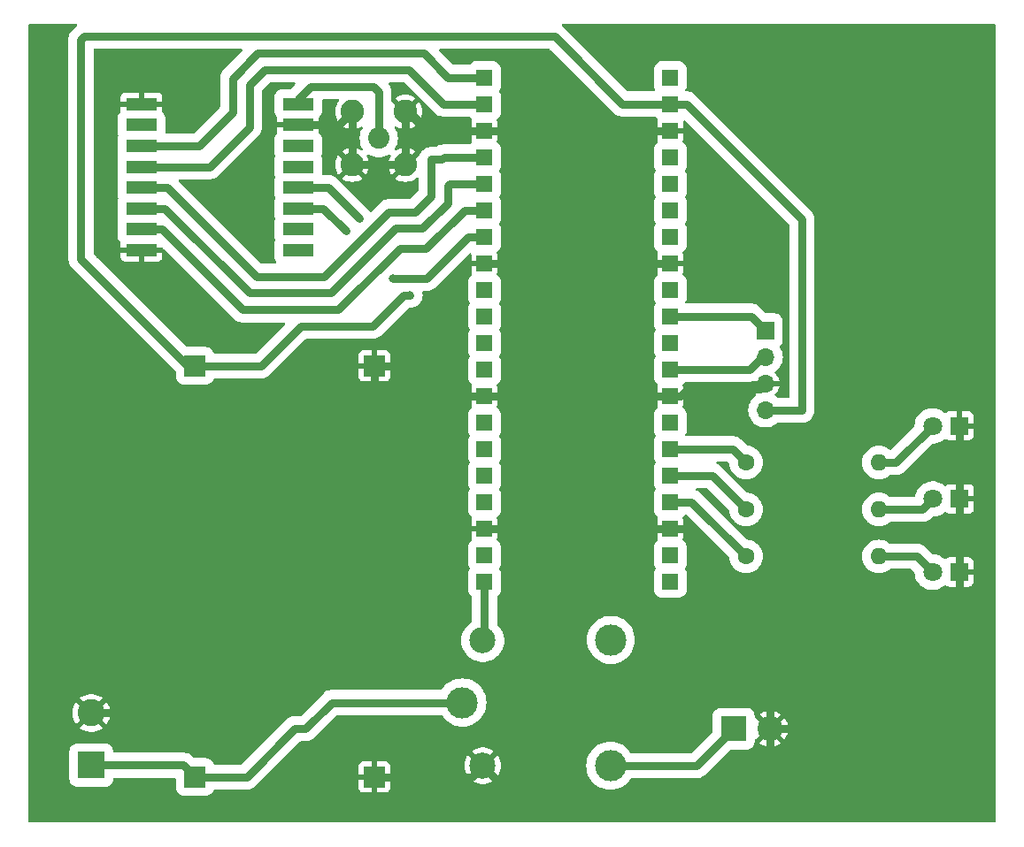
<source format=gbr>
%TF.GenerationSoftware,KiCad,Pcbnew,8.0.3*%
%TF.CreationDate,2024-06-26T11:54:07+03:00*%
%TF.ProjectId,LoRa_irrigation_system,4c6f5261-5f69-4727-9269-676174696f6e,rev?*%
%TF.SameCoordinates,Original*%
%TF.FileFunction,Copper,L2,Bot*%
%TF.FilePolarity,Positive*%
%FSLAX46Y46*%
G04 Gerber Fmt 4.6, Leading zero omitted, Abs format (unit mm)*
G04 Created by KiCad (PCBNEW 8.0.3) date 2024-06-26 11:54:07*
%MOMM*%
%LPD*%
G01*
G04 APERTURE LIST*
%TA.AperFunction,ComponentPad*%
%ADD10C,2.050000*%
%TD*%
%TA.AperFunction,ComponentPad*%
%ADD11C,2.250000*%
%TD*%
%TA.AperFunction,ComponentPad*%
%ADD12R,1.800000X1.800000*%
%TD*%
%TA.AperFunction,ComponentPad*%
%ADD13C,1.800000*%
%TD*%
%TA.AperFunction,ComponentPad*%
%ADD14R,2.400000X2.400000*%
%TD*%
%TA.AperFunction,ComponentPad*%
%ADD15C,2.400000*%
%TD*%
%TA.AperFunction,ComponentPad*%
%ADD16R,2.600000X2.600000*%
%TD*%
%TA.AperFunction,ComponentPad*%
%ADD17C,2.600000*%
%TD*%
%TA.AperFunction,ComponentPad*%
%ADD18C,1.600000*%
%TD*%
%TA.AperFunction,ComponentPad*%
%ADD19O,1.600000X1.600000*%
%TD*%
%TA.AperFunction,ComponentPad*%
%ADD20R,2.000000X2.000000*%
%TD*%
%TA.AperFunction,ComponentPad*%
%ADD21R,1.508000X1.508000*%
%TD*%
%TA.AperFunction,ComponentPad*%
%ADD22R,1.700000X1.700000*%
%TD*%
%TA.AperFunction,ComponentPad*%
%ADD23O,1.700000X1.700000*%
%TD*%
%TA.AperFunction,ComponentPad*%
%ADD24C,3.000000*%
%TD*%
%TA.AperFunction,ComponentPad*%
%ADD25C,2.500000*%
%TD*%
%TA.AperFunction,SMDPad,CuDef*%
%ADD26R,3.000000X1.200000*%
%TD*%
%TA.AperFunction,ViaPad*%
%ADD27C,0.800000*%
%TD*%
%TA.AperFunction,Conductor*%
%ADD28C,0.800000*%
%TD*%
G04 APERTURE END LIST*
D10*
%TO.P,J4,1,In*%
%TO.N,Net-(J4-In)*%
X119000000Y-54460000D03*
D11*
%TO.P,J4,2,Ext*%
%TO.N,GND*%
X121540000Y-57000000D03*
X121540000Y-51920000D03*
X116460000Y-57000000D03*
X116460000Y-51920000D03*
%TD*%
D12*
%TO.P,D2,1,K*%
%TO.N,GND*%
X174540000Y-89000000D03*
D13*
%TO.P,D2,2,A*%
%TO.N,Net-(D2-A)*%
X172000000Y-89000000D03*
%TD*%
D12*
%TO.P,D1,1,K*%
%TO.N,GND*%
X174510000Y-82000000D03*
D13*
%TO.P,D1,2,A*%
%TO.N,Net-(D1-A)*%
X171970000Y-82000000D03*
%TD*%
D14*
%TO.P,J3,1,Pin_1*%
%TO.N,Pump active*%
X152950000Y-111000000D03*
D15*
%TO.P,J3,2,Pin_2*%
%TO.N,GND*%
X156450000Y-111000000D03*
%TD*%
D16*
%TO.P,J1,1,Pin_1*%
%TO.N,+12V*%
X91500000Y-114500000D03*
D17*
%TO.P,J1,2,Pin_2*%
%TO.N,GND*%
X91500000Y-109500000D03*
%TD*%
D18*
%TO.P,R2,1*%
%TO.N,MoistureOK*%
X154150000Y-90000000D03*
D19*
%TO.P,R2,2*%
%TO.N,Net-(D2-A)*%
X166850000Y-90000000D03*
%TD*%
D20*
%TO.P,U1,1,IN+*%
%TO.N,+12V*%
X101427500Y-115621500D03*
%TO.P,U1,2,IN-*%
%TO.N,GND*%
X118572500Y-115621500D03*
%TO.P,U1,3,OUT-*%
X118572500Y-76251500D03*
%TO.P,U1,4,OUT+*%
%TO.N,+3.3V*%
X101427500Y-76251500D03*
%TD*%
D21*
%TO.P,U2,3V3,3V3*%
%TO.N,unconnected-(U2-Pad3V3)*%
X146890000Y-58800000D03*
%TO.P,U2,3V3_EN,3V3_EN*%
%TO.N,unconnected-(U2-Pad3V3_EN)*%
X146890000Y-56260000D03*
%TO.P,U2,ADC_VREF,ADC_VREF*%
%TO.N,unconnected-(U2-PadADC_VREF)*%
X146890000Y-61340000D03*
%TO.P,U2,AGND,AGND*%
%TO.N,GND*%
X146890000Y-66420000D03*
%TO.P,U2,GND,GND*%
X146890000Y-53720000D03*
%TO.P,U2,GND2,GND2*%
X146890000Y-79120000D03*
%TO.P,U2,GND3,GND3*%
X146890000Y-91820000D03*
%TO.P,U2,GND4,GND4*%
X129110000Y-53720000D03*
%TO.P,U2,GND5,GND5*%
X129110000Y-66420000D03*
%TO.P,U2,GND6,GND6*%
X129110000Y-79120000D03*
%TO.P,U2,GND7,GND7*%
X129110000Y-91820000D03*
%TO.P,U2,GP0,GP0*%
%TO.N,RESET*%
X129110000Y-48640000D03*
%TO.P,U2,GP1,GP1*%
%TO.N,NSS*%
X129110000Y-51180000D03*
%TO.P,U2,GP2,GP2*%
%TO.N,SCK*%
X129110000Y-56260000D03*
%TO.P,U2,GP3,GP3*%
%TO.N,MOSI*%
X129110000Y-58800000D03*
%TO.P,U2,GP4,GP4*%
%TO.N,MISO*%
X129110000Y-61340000D03*
%TO.P,U2,GP5,GP5*%
%TO.N,DIO0*%
X129110000Y-63880000D03*
%TO.P,U2,GP6,GP6*%
%TO.N,unconnected-(U2-PadGP6)*%
X129110000Y-68960000D03*
%TO.P,U2,GP7,GP7*%
%TO.N,unconnected-(U2-PadGP7)*%
X129110000Y-71500000D03*
%TO.P,U2,GP8,GP8*%
%TO.N,unconnected-(U2-PadGP8)*%
X129110000Y-74040000D03*
%TO.P,U2,GP9,GP9*%
%TO.N,unconnected-(U2-PadGP9)*%
X129110000Y-76580000D03*
%TO.P,U2,GP10,GP10*%
%TO.N,unconnected-(U2-PadGP10)*%
X129110000Y-81660000D03*
%TO.P,U2,GP11,GP11*%
%TO.N,unconnected-(U2-PadGP11)*%
X129110000Y-84200000D03*
%TO.P,U2,GP12,GP12*%
%TO.N,unconnected-(U2-PadGP12)*%
X129110000Y-86740000D03*
%TO.P,U2,GP13,GP13*%
%TO.N,unconnected-(U2-PadGP13)*%
X129110000Y-89280000D03*
%TO.P,U2,GP14,GP14*%
%TO.N,unconnected-(U2-PadGP14)*%
X129110000Y-94360000D03*
%TO.P,U2,GP15,GP15*%
%TO.N,RelayON*%
X129110000Y-96900000D03*
%TO.P,U2,GP16,GP16*%
%TO.N,unconnected-(U2-PadGP16)*%
X146890000Y-96900000D03*
%TO.P,U2,GP17,GP17*%
%TO.N,unconnected-(U2-PadGP17)*%
X146890000Y-94360000D03*
%TO.P,U2,GP18,GP18*%
%TO.N,MoistureLOW*%
X146890000Y-89280000D03*
%TO.P,U2,GP19,GP19*%
%TO.N,MoistureOK*%
X146890000Y-86740000D03*
%TO.P,U2,GP20,GP20*%
%TO.N,IrrigON*%
X146890000Y-84200000D03*
%TO.P,U2,GP21,GP21*%
%TO.N,unconnected-(U2-PadGP21)*%
X146890000Y-81660000D03*
%TO.P,U2,GP22,GP22*%
%TO.N,D0*%
X146890000Y-76580000D03*
%TO.P,U2,GP26_A0,GP26_A0*%
%TO.N,A0*%
X146890000Y-71500000D03*
%TO.P,U2,GP27_A1,GP27_A1*%
%TO.N,unconnected-(U2-PadGP27_A1)*%
X146890000Y-68960000D03*
%TO.P,U2,GP28_A2,GP28_A2*%
%TO.N,unconnected-(U2-PadGP28_A2)*%
X146890000Y-63880000D03*
%TO.P,U2,RUN,RUN*%
%TO.N,unconnected-(U2-PadRUN)*%
X146890000Y-74040000D03*
%TO.P,U2,VBUS,VBUS*%
%TO.N,unconnected-(U2-PadVBUS)*%
X146890000Y-48640000D03*
%TO.P,U2,VSYS,VSYS*%
%TO.N,+3.3V*%
X146890000Y-51180000D03*
%TD*%
D22*
%TO.P,J2,1,Pin_1*%
%TO.N,A0*%
X156000000Y-72880000D03*
D23*
%TO.P,J2,2,Pin_2*%
%TO.N,D0*%
X156000000Y-75420000D03*
%TO.P,J2,3,Pin_3*%
%TO.N,GND*%
X156000000Y-77960000D03*
%TO.P,J2,4,Pin_4*%
%TO.N,+3.3V*%
X156000000Y-80500000D03*
%TD*%
D24*
%TO.P,K2,1*%
%TO.N,+12V*%
X127000000Y-108500000D03*
D25*
%TO.P,K2,2*%
%TO.N,GND*%
X128950000Y-114550000D03*
D24*
%TO.P,K2,3*%
%TO.N,Pump active*%
X141150000Y-114550000D03*
%TO.P,K2,4*%
%TO.N,unconnected-(K2-Pad4)*%
X141200000Y-102500000D03*
D25*
%TO.P,K2,5*%
%TO.N,RelayON*%
X128950000Y-102550000D03*
%TD*%
D18*
%TO.P,R3,1*%
%TO.N,MoistureLOW*%
X154150000Y-94500000D03*
D19*
%TO.P,R3,2*%
%TO.N,Net-(D3-A)*%
X166850000Y-94500000D03*
%TD*%
D18*
%TO.P,R1,1*%
%TO.N,IrrigON*%
X154150000Y-85500000D03*
D19*
%TO.P,R1,2*%
%TO.N,Net-(D1-A)*%
X166850000Y-85500000D03*
%TD*%
D12*
%TO.P,D3,1,K*%
%TO.N,GND*%
X174510000Y-96000000D03*
D13*
%TO.P,D3,2,A*%
%TO.N,Net-(D3-A)*%
X171970000Y-96000000D03*
%TD*%
D26*
%TO.P,U4,1,GND*%
%TO.N,GND*%
X96287258Y-65187258D03*
%TO.P,U4,2,MISO*%
%TO.N,MISO*%
X96287258Y-63187258D03*
%TO.P,U4,3,MOSI*%
%TO.N,MOSI*%
X96287258Y-61187258D03*
%TO.P,U4,4,SCK*%
%TO.N,SCK*%
X96287258Y-59187258D03*
%TO.P,U4,5,NSS*%
%TO.N,NSS*%
X96287258Y-57187258D03*
%TO.P,U4,6,RESET*%
%TO.N,RESET*%
X96287258Y-55187258D03*
%TO.P,U4,7,DIO5*%
%TO.N,unconnected-(U4-DIO5-Pad7)*%
X96287258Y-53187258D03*
%TO.P,U4,8,GND*%
%TO.N,GND*%
X96287258Y-51187258D03*
%TO.P,U4,9,ANT*%
%TO.N,Net-(J4-In)*%
X111287258Y-51187258D03*
%TO.P,U4,10,GND*%
%TO.N,GND*%
X111287258Y-53187258D03*
%TO.P,U4,11,DIO3*%
%TO.N,unconnected-(U4-DIO3-Pad11)*%
X111287258Y-55187258D03*
%TO.P,U4,12,DIO4*%
%TO.N,unconnected-(U4-DIO4-Pad12)*%
X111287258Y-57187258D03*
%TO.P,U4,13,3.3V*%
%TO.N,+3.3V*%
X111287258Y-59187258D03*
%TO.P,U4,14,DIO0*%
%TO.N,DIO0*%
X111287258Y-61187258D03*
%TO.P,U4,15,DIO1*%
%TO.N,unconnected-(U4-DIO1-Pad15)*%
X111287258Y-63187258D03*
%TO.P,U4,16,DIO2*%
%TO.N,unconnected-(U4-DIO2-Pad16)*%
X111287258Y-65187258D03*
%TD*%
D27*
%TO.N,+3.3V*%
X122000000Y-69481371D03*
X117105887Y-62105887D03*
%TO.N,DIO0*%
X120381371Y-67881371D03*
X115855887Y-63355887D03*
%TD*%
D28*
%TO.N,GND*%
X155510000Y-78450000D02*
X156000000Y-77960000D01*
X129110000Y-91820000D02*
X137500000Y-91820000D01*
X152500000Y-96406000D02*
X150943629Y-94849629D01*
X132000000Y-117600000D02*
X132000000Y-118500000D01*
X132000000Y-118500000D02*
X156000000Y-118500000D01*
X121540000Y-51920000D02*
X121920000Y-51920000D01*
X154321572Y-97500000D02*
X152500000Y-97500000D01*
X156450000Y-99628428D02*
X154321572Y-97500000D01*
X156450000Y-111000000D02*
X156450000Y-99628428D01*
X115192742Y-53187258D02*
X116460000Y-51920000D01*
X156000000Y-118500000D02*
X156500000Y-118000000D01*
X123720000Y-53720000D02*
X129110000Y-53720000D01*
X150943629Y-93556371D02*
X149207258Y-91820000D01*
X174510000Y-107990000D02*
X174510000Y-96000000D01*
X171500000Y-111000000D02*
X174510000Y-107990000D01*
X118572500Y-115621500D02*
X127878500Y-115621500D01*
X127878500Y-115621500D02*
X128950000Y-114550000D01*
X116460000Y-57000000D02*
X121540000Y-57000000D01*
X150943629Y-94849629D02*
X150943629Y-93556371D01*
X174510000Y-82000000D02*
X174510000Y-88970000D01*
X122751500Y-76251500D02*
X125620000Y-79120000D01*
X104000000Y-109500000D02*
X118572500Y-94927500D01*
X129110000Y-53720000D02*
X137500000Y-53720000D01*
X149207258Y-91820000D02*
X146890000Y-91820000D01*
X137500000Y-91820000D02*
X146890000Y-91820000D01*
X174510000Y-89030000D02*
X174540000Y-89000000D01*
X125620000Y-79120000D02*
X129110000Y-79120000D01*
X111287258Y-53187258D02*
X115192742Y-53187258D01*
X174510000Y-96000000D02*
X174510000Y-89030000D01*
X174510000Y-88970000D02*
X174540000Y-89000000D01*
X137500000Y-53720000D02*
X137500000Y-91820000D01*
X146890000Y-79120000D02*
X147880000Y-79120000D01*
X125620000Y-79120000D02*
X125500000Y-79000000D01*
X137500000Y-53720000D02*
X146890000Y-53720000D01*
X129110000Y-66420000D02*
X146890000Y-66420000D01*
X121920000Y-51920000D02*
X123720000Y-53720000D01*
X148550000Y-78450000D02*
X155510000Y-78450000D01*
X152500000Y-97500000D02*
X152500000Y-96406000D01*
X118572500Y-76251500D02*
X122751500Y-76251500D01*
X116460000Y-51920000D02*
X116460000Y-57000000D01*
X118572500Y-94927500D02*
X118572500Y-76251500D01*
X156450000Y-111000000D02*
X171500000Y-111000000D01*
X91500000Y-109500000D02*
X104000000Y-109500000D01*
X156500000Y-118000000D02*
X156450000Y-117950000D01*
X147880000Y-79120000D02*
X148550000Y-78450000D01*
X129110000Y-79120000D02*
X146890000Y-79120000D01*
X128950000Y-114550000D02*
X132000000Y-117600000D01*
X156450000Y-117950000D02*
X156450000Y-111000000D01*
X121540000Y-57000000D02*
X121540000Y-51920000D01*
%TO.N,Net-(D1-A)*%
X166850000Y-85500000D02*
X168470000Y-85500000D01*
X168470000Y-85500000D02*
X171970000Y-82000000D01*
%TO.N,Net-(D2-A)*%
X171000000Y-90000000D02*
X172000000Y-89000000D01*
X166850000Y-90000000D02*
X171000000Y-90000000D01*
%TO.N,Net-(D3-A)*%
X170470000Y-94500000D02*
X171970000Y-96000000D01*
X166850000Y-94500000D02*
X170470000Y-94500000D01*
%TO.N,+12V*%
X106378500Y-115621500D02*
X111000000Y-111000000D01*
X114500000Y-108500000D02*
X127000000Y-108500000D01*
X100306000Y-114500000D02*
X101427500Y-115621500D01*
X91500000Y-114500000D02*
X100306000Y-114500000D01*
X126173000Y-107673000D02*
X127000000Y-108500000D01*
X112000000Y-111000000D02*
X114500000Y-108500000D01*
X101427500Y-115621500D02*
X106378500Y-115621500D01*
X111000000Y-111000000D02*
X112000000Y-111000000D01*
%TO.N,D0*%
X155640862Y-75420000D02*
X156000000Y-75420000D01*
X154480862Y-76580000D02*
X155640862Y-75420000D01*
X146890000Y-76580000D02*
X154480862Y-76580000D01*
%TO.N,+3.3V*%
X111512742Y-72487258D02*
X107748500Y-76251500D01*
X142320000Y-51180000D02*
X146890000Y-51180000D01*
X90800000Y-44700000D02*
X135840000Y-44700000D01*
X121391129Y-69481371D02*
X118385242Y-72487258D01*
X90500000Y-66000000D02*
X90500000Y-45000000D01*
X135840000Y-44700000D02*
X142320000Y-51180000D01*
X101427500Y-76251500D02*
X100751500Y-76251500D01*
X100751500Y-76251500D02*
X90500000Y-66000000D01*
X122000000Y-69481371D02*
X121391129Y-69481371D01*
X148444000Y-51180000D02*
X159500000Y-62236000D01*
X107748500Y-76251500D02*
X101427500Y-76251500D01*
X114187258Y-59187258D02*
X117105887Y-62105887D01*
X118385242Y-72487258D02*
X111512742Y-72487258D01*
X111287258Y-59187258D02*
X114187258Y-59187258D01*
X159500000Y-62236000D02*
X159500000Y-80500000D01*
X159500000Y-80500000D02*
X156000000Y-80500000D01*
X90500000Y-45000000D02*
X90800000Y-44700000D01*
X146890000Y-51180000D02*
X148444000Y-51180000D01*
%TO.N,A0*%
X154620000Y-71500000D02*
X156000000Y-72880000D01*
X146890000Y-71500000D02*
X154620000Y-71500000D01*
%TO.N,Pump active*%
X149400000Y-114550000D02*
X152950000Y-111000000D01*
X141150000Y-114550000D02*
X149400000Y-114550000D01*
%TO.N,Net-(J4-In)*%
X111287258Y-51187258D02*
X111287258Y-50712742D01*
X112500000Y-49500000D02*
X118500000Y-49500000D01*
X119000000Y-50000000D02*
X119000000Y-54460000D01*
X111287258Y-50712742D02*
X112500000Y-49500000D01*
X118500000Y-49500000D02*
X119000000Y-50000000D01*
%TO.N,RelayON*%
X129110000Y-102390000D02*
X128950000Y-102550000D01*
X129110000Y-96900000D02*
X129110000Y-102390000D01*
%TO.N,MoistureOK*%
X146890000Y-86740000D02*
X150890000Y-86740000D01*
X150890000Y-86740000D02*
X154150000Y-90000000D01*
%TO.N,MoistureLOW*%
X146890000Y-89280000D02*
X148930000Y-89280000D01*
X148930000Y-89280000D02*
X154150000Y-94500000D01*
%TO.N,SCK*%
X98787258Y-59187258D02*
X107287258Y-67687258D01*
X96287258Y-59187258D02*
X98787258Y-59187258D01*
X122500000Y-61500000D02*
X124000000Y-60000000D01*
X125240000Y-56260000D02*
X129110000Y-56260000D01*
X124000000Y-60000000D02*
X124000000Y-56500000D01*
X113787258Y-67687258D02*
X119974516Y-61500000D01*
X124000000Y-56500000D02*
X125000000Y-56500000D01*
X125000000Y-56500000D02*
X125240000Y-56260000D01*
X119974516Y-61500000D02*
X122500000Y-61500000D01*
X107287258Y-67687258D02*
X113787258Y-67687258D01*
%TO.N,MOSI*%
X106624516Y-69287258D02*
X114450000Y-69287258D01*
X125600000Y-60662742D02*
X125600000Y-59000000D01*
X114450000Y-69287258D02*
X120637258Y-63100000D01*
X96287258Y-61187258D02*
X98524516Y-61187258D01*
X120637258Y-63100000D02*
X123162742Y-63100000D01*
X125600000Y-59000000D02*
X125800000Y-58800000D01*
X98524516Y-61187258D02*
X106624516Y-69287258D01*
X123162742Y-63100000D02*
X125600000Y-60662742D01*
X125800000Y-58800000D02*
X129110000Y-58800000D01*
%TO.N,DIO0*%
X111287258Y-61187258D02*
X113687258Y-61187258D01*
X113687258Y-61187258D02*
X115855887Y-63355887D01*
X120381371Y-67881371D02*
X123554629Y-67881371D01*
X127556000Y-63880000D02*
X129110000Y-63880000D01*
X123554629Y-67881371D02*
X127556000Y-63880000D01*
%TO.N,NSS*%
X108100000Y-47900000D02*
X121900000Y-47900000D01*
X102812742Y-57187258D02*
X106612742Y-53387258D01*
X125180000Y-51180000D02*
X129110000Y-51180000D01*
X106612742Y-49387258D02*
X108100000Y-47900000D01*
X121900000Y-47900000D02*
X125180000Y-51180000D01*
X96287258Y-57187258D02*
X102812742Y-57187258D01*
X106612742Y-53387258D02*
X106612742Y-49387258D01*
%TO.N,MISO*%
X115112742Y-70887258D02*
X121000000Y-65000000D01*
X127185484Y-61340000D02*
X129110000Y-61340000D01*
X123525484Y-65000000D02*
X127185484Y-61340000D01*
X96287258Y-63187258D02*
X98261774Y-63187258D01*
X105961774Y-70887258D02*
X115112742Y-70887258D01*
X121000000Y-65000000D02*
X123525484Y-65000000D01*
X98261774Y-63187258D02*
X105961774Y-70887258D01*
%TO.N,RESET*%
X101812742Y-55187258D02*
X105012742Y-51987258D01*
X105012742Y-51987258D02*
X105012742Y-48724516D01*
X107437258Y-46300000D02*
X123300000Y-46300000D01*
X105012742Y-48724516D02*
X107437258Y-46300000D01*
X96287258Y-55187258D02*
X101812742Y-55187258D01*
X125640000Y-48640000D02*
X129110000Y-48640000D01*
X123300000Y-46300000D02*
X125640000Y-48640000D01*
%TO.N,IrrigON*%
X152850000Y-84200000D02*
X154150000Y-85500000D01*
X146890000Y-84200000D02*
X152850000Y-84200000D01*
%TD*%
%TA.AperFunction,Conductor*%
%TO.N,GND*%
G36*
X90093963Y-43520185D02*
G01*
X90139718Y-43572989D01*
X90149662Y-43642147D01*
X90120637Y-43705703D01*
X90099810Y-43724817D01*
X90017926Y-43784310D01*
X90017924Y-43784312D01*
X90017923Y-43784312D01*
X89584311Y-44217924D01*
X89584309Y-44217927D01*
X89568875Y-44239170D01*
X89473242Y-44370797D01*
X89387454Y-44539163D01*
X89329059Y-44718881D01*
X89299500Y-44905513D01*
X89299500Y-66094486D01*
X89329059Y-66281118D01*
X89387454Y-66460836D01*
X89462633Y-66608382D01*
X89473240Y-66629199D01*
X89584310Y-66782074D01*
X89584312Y-66782076D01*
X99590681Y-76788445D01*
X99624166Y-76849768D01*
X99627000Y-76876126D01*
X99627000Y-77296460D01*
X99642130Y-77430749D01*
X99642131Y-77430754D01*
X99701711Y-77601023D01*
X99770186Y-77709999D01*
X99797684Y-77753762D01*
X99925238Y-77881316D01*
X100015580Y-77938082D01*
X100067141Y-77970480D01*
X100077978Y-77977289D01*
X100208087Y-78022816D01*
X100248245Y-78036868D01*
X100248250Y-78036869D01*
X100338746Y-78047065D01*
X100382540Y-78051999D01*
X100382543Y-78052000D01*
X100382546Y-78052000D01*
X102472457Y-78052000D01*
X102472458Y-78051999D01*
X102539604Y-78044434D01*
X102606749Y-78036869D01*
X102606752Y-78036868D01*
X102606755Y-78036868D01*
X102777022Y-77977289D01*
X102929762Y-77881316D01*
X103057316Y-77753762D01*
X103153289Y-77601022D01*
X103176375Y-77535046D01*
X103217097Y-77478270D01*
X103282049Y-77452522D01*
X103293417Y-77452000D01*
X107842986Y-77452000D01*
X108029618Y-77422440D01*
X108209332Y-77364047D01*
X108377699Y-77278260D01*
X108530574Y-77167190D01*
X110494109Y-75203655D01*
X117072500Y-75203655D01*
X117072500Y-76001500D01*
X118197222Y-76001500D01*
X118153167Y-76077806D01*
X118122500Y-76192256D01*
X118122500Y-76310744D01*
X118153167Y-76425194D01*
X118197222Y-76501500D01*
X117072500Y-76501500D01*
X117072500Y-77299344D01*
X117078901Y-77358872D01*
X117078903Y-77358879D01*
X117129145Y-77493586D01*
X117129149Y-77493593D01*
X117215309Y-77608687D01*
X117215312Y-77608690D01*
X117330406Y-77694850D01*
X117330413Y-77694854D01*
X117465120Y-77745096D01*
X117465127Y-77745098D01*
X117524655Y-77751499D01*
X117524672Y-77751500D01*
X118322500Y-77751500D01*
X118322500Y-76626777D01*
X118398806Y-76670833D01*
X118513256Y-76701500D01*
X118631744Y-76701500D01*
X118746194Y-76670833D01*
X118822500Y-76626777D01*
X118822500Y-77751500D01*
X119620328Y-77751500D01*
X119620344Y-77751499D01*
X119679872Y-77745098D01*
X119679879Y-77745096D01*
X119814586Y-77694854D01*
X119814593Y-77694850D01*
X119929687Y-77608690D01*
X119929690Y-77608687D01*
X120015850Y-77493593D01*
X120015854Y-77493586D01*
X120066096Y-77358879D01*
X120066098Y-77358872D01*
X120072499Y-77299344D01*
X120072500Y-77299327D01*
X120072500Y-76501500D01*
X118947778Y-76501500D01*
X118991833Y-76425194D01*
X119022500Y-76310744D01*
X119022500Y-76192256D01*
X118991833Y-76077806D01*
X118947778Y-76001500D01*
X120072500Y-76001500D01*
X120072500Y-75203672D01*
X120072499Y-75203655D01*
X120066098Y-75144127D01*
X120066096Y-75144120D01*
X120015854Y-75009413D01*
X120015850Y-75009406D01*
X119929690Y-74894312D01*
X119929687Y-74894309D01*
X119814593Y-74808149D01*
X119814586Y-74808145D01*
X119679879Y-74757903D01*
X119679872Y-74757901D01*
X119620344Y-74751500D01*
X118822500Y-74751500D01*
X118822500Y-75876222D01*
X118746194Y-75832167D01*
X118631744Y-75801500D01*
X118513256Y-75801500D01*
X118398806Y-75832167D01*
X118322500Y-75876222D01*
X118322500Y-74751500D01*
X117524655Y-74751500D01*
X117465127Y-74757901D01*
X117465120Y-74757903D01*
X117330413Y-74808145D01*
X117330406Y-74808149D01*
X117215312Y-74894309D01*
X117215309Y-74894312D01*
X117129149Y-75009406D01*
X117129145Y-75009413D01*
X117078903Y-75144120D01*
X117078901Y-75144127D01*
X117072500Y-75203655D01*
X110494109Y-75203655D01*
X111973687Y-73724077D01*
X112035010Y-73690592D01*
X112061368Y-73687758D01*
X118479728Y-73687758D01*
X118666360Y-73658198D01*
X118846074Y-73599805D01*
X119014441Y-73514018D01*
X119167316Y-73402948D01*
X121852074Y-70718190D01*
X121913397Y-70684705D01*
X121939755Y-70681871D01*
X122111244Y-70681871D01*
X122111244Y-70681870D01*
X122202541Y-70664803D01*
X122205857Y-70664230D01*
X122281118Y-70652311D01*
X122289397Y-70649620D01*
X122304919Y-70645665D01*
X122329940Y-70640989D01*
X122390319Y-70617597D01*
X122399415Y-70614074D01*
X122405885Y-70611771D01*
X122460832Y-70593918D01*
X122485011Y-70581597D01*
X122496488Y-70576466D01*
X122537401Y-70560618D01*
X122585137Y-70531059D01*
X122594102Y-70526012D01*
X122629199Y-70508131D01*
X122666039Y-70481363D01*
X122673607Y-70476281D01*
X122726562Y-70443495D01*
X122754461Y-70418061D01*
X122765091Y-70409398D01*
X122782073Y-70397061D01*
X122827272Y-70351860D01*
X122831374Y-70347945D01*
X122852091Y-70329059D01*
X122890981Y-70293607D01*
X122902621Y-70278192D01*
X122913884Y-70265249D01*
X122915690Y-70263444D01*
X122964069Y-70196854D01*
X122965381Y-70195084D01*
X122977017Y-70179674D01*
X123025058Y-70116060D01*
X123071965Y-70021856D01*
X123072360Y-70021071D01*
X123112547Y-69942203D01*
X123112549Y-69942196D01*
X123114411Y-69937701D01*
X123114638Y-69937795D01*
X123118369Y-69928666D01*
X123124229Y-69916899D01*
X123147980Y-69833418D01*
X123149308Y-69829064D01*
X123170936Y-69762501D01*
X123170940Y-69762489D01*
X123173261Y-69747827D01*
X123176464Y-69733306D01*
X123185115Y-69702907D01*
X123191426Y-69634785D01*
X123192417Y-69626879D01*
X123200500Y-69575852D01*
X123200500Y-69542605D01*
X123201029Y-69531164D01*
X123205643Y-69481371D01*
X123205643Y-69481370D01*
X123201029Y-69431576D01*
X123200500Y-69420135D01*
X123200500Y-69386892D01*
X123200500Y-69386890D01*
X123192418Y-69335869D01*
X123191426Y-69327955D01*
X123185115Y-69259835D01*
X123179416Y-69239805D01*
X123180002Y-69169940D01*
X123218268Y-69111480D01*
X123282065Y-69082989D01*
X123298682Y-69081871D01*
X123649115Y-69081871D01*
X123835747Y-69052311D01*
X124015461Y-68993918D01*
X124183828Y-68908131D01*
X124336703Y-68797061D01*
X127648464Y-65485298D01*
X127709785Y-65451815D01*
X127779477Y-65456799D01*
X127835410Y-65498671D01*
X127859827Y-65564135D01*
X127859433Y-65586234D01*
X127856000Y-65618166D01*
X127856000Y-66170000D01*
X128676988Y-66170000D01*
X128644075Y-66227007D01*
X128610000Y-66354174D01*
X128610000Y-66485826D01*
X128644075Y-66612993D01*
X128676988Y-66670000D01*
X127856000Y-66670000D01*
X127856000Y-67221844D01*
X127862401Y-67281372D01*
X127862403Y-67281380D01*
X127914550Y-67421194D01*
X127919534Y-67490886D01*
X127886049Y-67552209D01*
X127864344Y-67569518D01*
X127853743Y-67576179D01*
X127853739Y-67576182D01*
X127726184Y-67703737D01*
X127630211Y-67856476D01*
X127570631Y-68026745D01*
X127570630Y-68026750D01*
X127555500Y-68161039D01*
X127555500Y-69758960D01*
X127570630Y-69893249D01*
X127570631Y-69893254D01*
X127630211Y-70063523D01*
X127693363Y-70164028D01*
X127712363Y-70231265D01*
X127693363Y-70295972D01*
X127630211Y-70396476D01*
X127570631Y-70566745D01*
X127570630Y-70566750D01*
X127555500Y-70701039D01*
X127555500Y-72298960D01*
X127570630Y-72433249D01*
X127570631Y-72433254D01*
X127630211Y-72603523D01*
X127693363Y-72704028D01*
X127712363Y-72771265D01*
X127693363Y-72835972D01*
X127630211Y-72936476D01*
X127570631Y-73106745D01*
X127570630Y-73106750D01*
X127555500Y-73241039D01*
X127555500Y-74838960D01*
X127570630Y-74973249D01*
X127570631Y-74973254D01*
X127630211Y-75143523D01*
X127693363Y-75244028D01*
X127712363Y-75311265D01*
X127693363Y-75375972D01*
X127630211Y-75476476D01*
X127570631Y-75646745D01*
X127570630Y-75646750D01*
X127555500Y-75781039D01*
X127555500Y-77378960D01*
X127570630Y-77513249D01*
X127570631Y-77513254D01*
X127630211Y-77683523D01*
X127682668Y-77767007D01*
X127726184Y-77836262D01*
X127853738Y-77963816D01*
X127860033Y-77967772D01*
X127864343Y-77970480D01*
X127910633Y-78022816D01*
X127921279Y-78091870D01*
X127914550Y-78118804D01*
X127862403Y-78258617D01*
X127862401Y-78258627D01*
X127856000Y-78318155D01*
X127856000Y-78870000D01*
X128676988Y-78870000D01*
X128644075Y-78927007D01*
X128610000Y-79054174D01*
X128610000Y-79185826D01*
X128644075Y-79312993D01*
X128676988Y-79370000D01*
X127856000Y-79370000D01*
X127856000Y-79921844D01*
X127862401Y-79981372D01*
X127862403Y-79981380D01*
X127914550Y-80121194D01*
X127919534Y-80190886D01*
X127886049Y-80252209D01*
X127864344Y-80269518D01*
X127853743Y-80276179D01*
X127853739Y-80276182D01*
X127726184Y-80403737D01*
X127630211Y-80556476D01*
X127570631Y-80726745D01*
X127570630Y-80726750D01*
X127555500Y-80861039D01*
X127555500Y-82458960D01*
X127570630Y-82593249D01*
X127570631Y-82593254D01*
X127630211Y-82763523D01*
X127693363Y-82864028D01*
X127712363Y-82931265D01*
X127693363Y-82995972D01*
X127630211Y-83096476D01*
X127570631Y-83266745D01*
X127570630Y-83266750D01*
X127555500Y-83401039D01*
X127555500Y-84998960D01*
X127570630Y-85133249D01*
X127570631Y-85133254D01*
X127630211Y-85303523D01*
X127693363Y-85404028D01*
X127712363Y-85471265D01*
X127693363Y-85535972D01*
X127630211Y-85636476D01*
X127570631Y-85806745D01*
X127570630Y-85806750D01*
X127555500Y-85941039D01*
X127555500Y-87538960D01*
X127570630Y-87673249D01*
X127570631Y-87673254D01*
X127630211Y-87843523D01*
X127693363Y-87944028D01*
X127712363Y-88011265D01*
X127693363Y-88075972D01*
X127630211Y-88176476D01*
X127570631Y-88346745D01*
X127570630Y-88346750D01*
X127555500Y-88481039D01*
X127555500Y-90078960D01*
X127570630Y-90213249D01*
X127570631Y-90213254D01*
X127630211Y-90383523D01*
X127688827Y-90476809D01*
X127726184Y-90536262D01*
X127853738Y-90663816D01*
X127860033Y-90667772D01*
X127864343Y-90670480D01*
X127910633Y-90722816D01*
X127921279Y-90791870D01*
X127914550Y-90818804D01*
X127862403Y-90958617D01*
X127862401Y-90958627D01*
X127856000Y-91018155D01*
X127856000Y-91570000D01*
X128676988Y-91570000D01*
X128644075Y-91627007D01*
X128610000Y-91754174D01*
X128610000Y-91885826D01*
X128644075Y-92012993D01*
X128676988Y-92070000D01*
X127856000Y-92070000D01*
X127856000Y-92621844D01*
X127862401Y-92681372D01*
X127862403Y-92681380D01*
X127914550Y-92821194D01*
X127919534Y-92890886D01*
X127886049Y-92952209D01*
X127864344Y-92969518D01*
X127853743Y-92976179D01*
X127853739Y-92976182D01*
X127726184Y-93103737D01*
X127630211Y-93256476D01*
X127570631Y-93426745D01*
X127570630Y-93426750D01*
X127555500Y-93561039D01*
X127555500Y-95158960D01*
X127570630Y-95293249D01*
X127570631Y-95293254D01*
X127630211Y-95463523D01*
X127693363Y-95564028D01*
X127712363Y-95631265D01*
X127693363Y-95695972D01*
X127630211Y-95796476D01*
X127570631Y-95966745D01*
X127570630Y-95966750D01*
X127555500Y-96101039D01*
X127555500Y-97698960D01*
X127570630Y-97833249D01*
X127570631Y-97833254D01*
X127630211Y-98003523D01*
X127726184Y-98156262D01*
X127853737Y-98283815D01*
X127859184Y-98288159D01*
X127857943Y-98289714D01*
X127897754Y-98334706D01*
X127909500Y-98387385D01*
X127909500Y-100713145D01*
X127889815Y-100780184D01*
X127849929Y-100819093D01*
X127764754Y-100870888D01*
X127547154Y-101047919D01*
X127355692Y-101252925D01*
X127355692Y-101252926D01*
X127193919Y-101482103D01*
X127064863Y-101731171D01*
X126970926Y-101995483D01*
X126970921Y-101995500D01*
X126913852Y-102270135D01*
X126913851Y-102270137D01*
X126894709Y-102550000D01*
X126913851Y-102829862D01*
X126913852Y-102829864D01*
X126970921Y-103104499D01*
X126970926Y-103104516D01*
X127064863Y-103368828D01*
X127064864Y-103368830D01*
X127193919Y-103617896D01*
X127355688Y-103847069D01*
X127355692Y-103847073D01*
X127355692Y-103847074D01*
X127408352Y-103903459D01*
X127547155Y-104052081D01*
X127764754Y-104229111D01*
X127764756Y-104229112D01*
X127764757Y-104229113D01*
X128004433Y-104374863D01*
X128213257Y-104465567D01*
X128261725Y-104486620D01*
X128531839Y-104562303D01*
X128776159Y-104595884D01*
X128809741Y-104600500D01*
X128809742Y-104600500D01*
X129090259Y-104600500D01*
X129120219Y-104596381D01*
X129368161Y-104562303D01*
X129638275Y-104486620D01*
X129895568Y-104374862D01*
X130135246Y-104229111D01*
X130352845Y-104052081D01*
X130544312Y-103847069D01*
X130706081Y-103617896D01*
X130835136Y-103368830D01*
X130929075Y-103104511D01*
X130929076Y-103104504D01*
X130929078Y-103104499D01*
X130955571Y-102977005D01*
X130986148Y-102829862D01*
X131005291Y-102550000D01*
X131001871Y-102500000D01*
X138894564Y-102500000D01*
X138914287Y-102800918D01*
X138914288Y-102800930D01*
X138973118Y-103096683D01*
X138973122Y-103096698D01*
X139070053Y-103382247D01*
X139070062Y-103382268D01*
X139203431Y-103652713D01*
X139203435Y-103652720D01*
X139370973Y-103903459D01*
X139569810Y-104130189D01*
X139796540Y-104329026D01*
X140047279Y-104496564D01*
X140047286Y-104496568D01*
X140317731Y-104629937D01*
X140317736Y-104629939D01*
X140317748Y-104629945D01*
X140603309Y-104726880D01*
X140803251Y-104766651D01*
X140899069Y-104785711D01*
X140899070Y-104785711D01*
X140899080Y-104785713D01*
X141200000Y-104805436D01*
X141500920Y-104785713D01*
X141796691Y-104726880D01*
X142082252Y-104629945D01*
X142352718Y-104496566D01*
X142603461Y-104329025D01*
X142830189Y-104130189D01*
X143029025Y-103903461D01*
X143196566Y-103652718D01*
X143329945Y-103382252D01*
X143426880Y-103096691D01*
X143485713Y-102800920D01*
X143505436Y-102500000D01*
X143485713Y-102199080D01*
X143426880Y-101903309D01*
X143329945Y-101617748D01*
X143263052Y-101482103D01*
X143196568Y-101347286D01*
X143196564Y-101347279D01*
X143029026Y-101096540D01*
X142830189Y-100869810D01*
X142603459Y-100670973D01*
X142352720Y-100503435D01*
X142352713Y-100503431D01*
X142082268Y-100370062D01*
X142082247Y-100370053D01*
X141796698Y-100273122D01*
X141796692Y-100273120D01*
X141796691Y-100273120D01*
X141796689Y-100273119D01*
X141796683Y-100273118D01*
X141500930Y-100214288D01*
X141500921Y-100214287D01*
X141500920Y-100214287D01*
X141200000Y-100194564D01*
X140899080Y-100214287D01*
X140899079Y-100214287D01*
X140899069Y-100214288D01*
X140603316Y-100273118D01*
X140603301Y-100273122D01*
X140317752Y-100370053D01*
X140317731Y-100370062D01*
X140047286Y-100503431D01*
X140047279Y-100503435D01*
X139796540Y-100670973D01*
X139569810Y-100869810D01*
X139370973Y-101096540D01*
X139203435Y-101347279D01*
X139203431Y-101347286D01*
X139070062Y-101617731D01*
X139070053Y-101617752D01*
X138973122Y-101903301D01*
X138973118Y-101903316D01*
X138914288Y-102199069D01*
X138914287Y-102199081D01*
X138894564Y-102500000D01*
X131001871Y-102500000D01*
X130986148Y-102270138D01*
X130966443Y-102175315D01*
X130929078Y-101995500D01*
X130929073Y-101995483D01*
X130835136Y-101731171D01*
X130835136Y-101731170D01*
X130706081Y-101482104D01*
X130544312Y-101252931D01*
X130544307Y-101252925D01*
X130352848Y-101047922D01*
X130349859Y-101045130D01*
X130314303Y-100984984D01*
X130310500Y-100954510D01*
X130310500Y-98387385D01*
X130330185Y-98320346D01*
X130361650Y-98289204D01*
X130360816Y-98288159D01*
X130366256Y-98283819D01*
X130366262Y-98283816D01*
X130493816Y-98156262D01*
X130589789Y-98003522D01*
X130649368Y-97833255D01*
X130664500Y-97698954D01*
X130664500Y-96101046D01*
X130653115Y-96000000D01*
X130649369Y-95966750D01*
X130649368Y-95966745D01*
X130589788Y-95796475D01*
X130541851Y-95720185D01*
X130526636Y-95695971D01*
X130507636Y-95628736D01*
X130526637Y-95564027D01*
X130589788Y-95463524D01*
X130649368Y-95293254D01*
X130649369Y-95293249D01*
X130664499Y-95158960D01*
X130664500Y-95158956D01*
X130664500Y-93561043D01*
X130664499Y-93561039D01*
X130649369Y-93426750D01*
X130649368Y-93426745D01*
X130627684Y-93364776D01*
X130589789Y-93256478D01*
X130493816Y-93103738D01*
X130366262Y-92976184D01*
X130355655Y-92969519D01*
X130309366Y-92917184D01*
X130298719Y-92848131D01*
X130305448Y-92821193D01*
X130357597Y-92681376D01*
X130357598Y-92681372D01*
X130363999Y-92621844D01*
X130364000Y-92621827D01*
X130364000Y-92070000D01*
X129543012Y-92070000D01*
X129575925Y-92012993D01*
X129610000Y-91885826D01*
X129610000Y-91754174D01*
X129575925Y-91627007D01*
X129543012Y-91570000D01*
X130364000Y-91570000D01*
X130364000Y-91018172D01*
X130363999Y-91018155D01*
X130357598Y-90958627D01*
X130357597Y-90958623D01*
X130305448Y-90818805D01*
X130300464Y-90749113D01*
X130333949Y-90687790D01*
X130355655Y-90670480D01*
X130366262Y-90663816D01*
X130493816Y-90536262D01*
X130589789Y-90383522D01*
X130649368Y-90213255D01*
X130664500Y-90078954D01*
X130664500Y-88481046D01*
X130656982Y-88414318D01*
X130649369Y-88346750D01*
X130649368Y-88346745D01*
X130589788Y-88176475D01*
X130547427Y-88109060D01*
X130526636Y-88075971D01*
X130507636Y-88008736D01*
X130526637Y-87944027D01*
X130528854Y-87940500D01*
X130580751Y-87857906D01*
X130589789Y-87843523D01*
X130649368Y-87673254D01*
X130649369Y-87673249D01*
X130664499Y-87538960D01*
X130664500Y-87538956D01*
X130664500Y-85941043D01*
X130664499Y-85941039D01*
X130649369Y-85806750D01*
X130649368Y-85806745D01*
X130589788Y-85636475D01*
X130546668Y-85567851D01*
X130526636Y-85535971D01*
X130507636Y-85468736D01*
X130526637Y-85404027D01*
X130528854Y-85400500D01*
X130589789Y-85303522D01*
X130649368Y-85133255D01*
X130664500Y-84998954D01*
X130664500Y-83401046D01*
X130658000Y-83343354D01*
X130649369Y-83266750D01*
X130649368Y-83266745D01*
X130589788Y-83096475D01*
X130533800Y-83007372D01*
X130526636Y-82995971D01*
X130507636Y-82928736D01*
X130526637Y-82864027D01*
X130530517Y-82857853D01*
X130589789Y-82763522D01*
X130649368Y-82593255D01*
X130664500Y-82458954D01*
X130664500Y-80861046D01*
X130659565Y-80817246D01*
X130649369Y-80726750D01*
X130649368Y-80726745D01*
X130624839Y-80656645D01*
X130589789Y-80556478D01*
X130554301Y-80500000D01*
X130493815Y-80403737D01*
X130366263Y-80276185D01*
X130366262Y-80276184D01*
X130355655Y-80269519D01*
X130309366Y-80217184D01*
X130298719Y-80148131D01*
X130305448Y-80121193D01*
X130357597Y-79981376D01*
X130357598Y-79981372D01*
X130363999Y-79921844D01*
X130364000Y-79921827D01*
X130364000Y-79370000D01*
X129543012Y-79370000D01*
X129575925Y-79312993D01*
X129610000Y-79185826D01*
X129610000Y-79054174D01*
X129575925Y-78927007D01*
X129543012Y-78870000D01*
X130364000Y-78870000D01*
X130364000Y-78318172D01*
X130363999Y-78318155D01*
X130357598Y-78258627D01*
X130357597Y-78258623D01*
X130305448Y-78118805D01*
X130300464Y-78049113D01*
X130333949Y-77987790D01*
X130355655Y-77970480D01*
X130366262Y-77963816D01*
X130493816Y-77836262D01*
X130589789Y-77683522D01*
X130649368Y-77513255D01*
X130651255Y-77496513D01*
X130664499Y-77378960D01*
X130664500Y-77378956D01*
X130664500Y-75781043D01*
X130664499Y-75781039D01*
X130649369Y-75646750D01*
X130649368Y-75646745D01*
X130589788Y-75476475D01*
X130548205Y-75410297D01*
X130526636Y-75375971D01*
X130507636Y-75308736D01*
X130526637Y-75244027D01*
X130530517Y-75237853D01*
X130589409Y-75144127D01*
X130589788Y-75143524D01*
X130622164Y-75051000D01*
X130649368Y-74973255D01*
X130649966Y-74967954D01*
X130664499Y-74838960D01*
X130664500Y-74838956D01*
X130664500Y-73241043D01*
X130664499Y-73241039D01*
X130649369Y-73106750D01*
X130649368Y-73106745D01*
X130589788Y-72936475D01*
X130526637Y-72835973D01*
X130507636Y-72768736D01*
X130526637Y-72704027D01*
X130528854Y-72700500D01*
X130589789Y-72603522D01*
X130649368Y-72433255D01*
X130664500Y-72298954D01*
X130664500Y-70701046D01*
X130652430Y-70593917D01*
X130649369Y-70566750D01*
X130649368Y-70566745D01*
X130589788Y-70396475D01*
X130547427Y-70329059D01*
X130526636Y-70295971D01*
X130507636Y-70228736D01*
X130526637Y-70164027D01*
X130530517Y-70157853D01*
X130589789Y-70063522D01*
X130649368Y-69893255D01*
X130664500Y-69758954D01*
X130664500Y-68161046D01*
X130649368Y-68026745D01*
X130589789Y-67856478D01*
X130493816Y-67703738D01*
X130366262Y-67576184D01*
X130355655Y-67569519D01*
X130309366Y-67517184D01*
X130298719Y-67448131D01*
X130305448Y-67421193D01*
X130357597Y-67281376D01*
X130357598Y-67281372D01*
X130363999Y-67221844D01*
X130364000Y-67221827D01*
X130364000Y-66670000D01*
X129543012Y-66670000D01*
X129575925Y-66612993D01*
X129610000Y-66485826D01*
X129610000Y-66354174D01*
X129575925Y-66227007D01*
X129543012Y-66170000D01*
X130364000Y-66170000D01*
X130364000Y-65618172D01*
X130363999Y-65618155D01*
X130357598Y-65558627D01*
X130357597Y-65558623D01*
X130305448Y-65418805D01*
X130300464Y-65349113D01*
X130333949Y-65287790D01*
X130355655Y-65270480D01*
X130366262Y-65263816D01*
X130493816Y-65136262D01*
X130589789Y-64983522D01*
X130649368Y-64813255D01*
X130664500Y-64678954D01*
X130664500Y-63081046D01*
X130655053Y-62997202D01*
X130649369Y-62946750D01*
X130649368Y-62946745D01*
X130589788Y-62776475D01*
X130539815Y-62696945D01*
X130526636Y-62675971D01*
X130507636Y-62608736D01*
X130526637Y-62544027D01*
X130528854Y-62540500D01*
X130589789Y-62443522D01*
X130649368Y-62273255D01*
X130654111Y-62231164D01*
X130664499Y-62138960D01*
X130664500Y-62138956D01*
X130664500Y-60541043D01*
X130664499Y-60541039D01*
X130649369Y-60406750D01*
X130649368Y-60406745D01*
X130589788Y-60236475D01*
X130531274Y-60143352D01*
X130526636Y-60135971D01*
X130507636Y-60068736D01*
X130526637Y-60004027D01*
X130528854Y-60000500D01*
X130589789Y-59903522D01*
X130649368Y-59733255D01*
X130664500Y-59598954D01*
X130664500Y-58001046D01*
X130649368Y-57866745D01*
X130589789Y-57696478D01*
X130589788Y-57696476D01*
X130589788Y-57696475D01*
X130547427Y-57629060D01*
X130526636Y-57595971D01*
X130507636Y-57528736D01*
X130526637Y-57464027D01*
X130528854Y-57460500D01*
X130589789Y-57363522D01*
X130649368Y-57193255D01*
X130664500Y-57058954D01*
X130664500Y-55461046D01*
X130649368Y-55326745D01*
X130589789Y-55156478D01*
X130493816Y-55003738D01*
X130366262Y-54876184D01*
X130355655Y-54869519D01*
X130309366Y-54817184D01*
X130298719Y-54748131D01*
X130305448Y-54721193D01*
X130357597Y-54581376D01*
X130357598Y-54581372D01*
X130363999Y-54521844D01*
X130364000Y-54521827D01*
X130364000Y-53970000D01*
X129543012Y-53970000D01*
X129575925Y-53912993D01*
X129610000Y-53785826D01*
X129610000Y-53654174D01*
X129575925Y-53527007D01*
X129543012Y-53470000D01*
X130364000Y-53470000D01*
X130364000Y-52918172D01*
X130363999Y-52918155D01*
X130357598Y-52858627D01*
X130357597Y-52858623D01*
X130305448Y-52718805D01*
X130300464Y-52649113D01*
X130333949Y-52587790D01*
X130355655Y-52570480D01*
X130366262Y-52563816D01*
X130493816Y-52436262D01*
X130589789Y-52283522D01*
X130649368Y-52113255D01*
X130651348Y-52095687D01*
X130661710Y-52003718D01*
X130664500Y-51978954D01*
X130664500Y-50381046D01*
X130654239Y-50289975D01*
X130649369Y-50246750D01*
X130649368Y-50246745D01*
X130589788Y-50076475D01*
X130547427Y-50009059D01*
X130526636Y-49975971D01*
X130507636Y-49908736D01*
X130526637Y-49844027D01*
X130528854Y-49840500D01*
X130589789Y-49743522D01*
X130649368Y-49573255D01*
X130664500Y-49438954D01*
X130664500Y-47841046D01*
X130649368Y-47706745D01*
X130589789Y-47536478D01*
X130493816Y-47383738D01*
X130366262Y-47256184D01*
X130213523Y-47160211D01*
X130043254Y-47100631D01*
X130043249Y-47100630D01*
X129908960Y-47085500D01*
X129908954Y-47085500D01*
X128311046Y-47085500D01*
X128311039Y-47085500D01*
X128176750Y-47100630D01*
X128176745Y-47100631D01*
X128006476Y-47160211D01*
X127853737Y-47256184D01*
X127726182Y-47383739D01*
X127721837Y-47389188D01*
X127720282Y-47387947D01*
X127675285Y-47427758D01*
X127622614Y-47439500D01*
X126188625Y-47439500D01*
X126121586Y-47419815D01*
X126100944Y-47403181D01*
X124809945Y-46112181D01*
X124776460Y-46050858D01*
X124781444Y-45981166D01*
X124823316Y-45925233D01*
X124888780Y-45900816D01*
X124897626Y-45900500D01*
X135291374Y-45900500D01*
X135358413Y-45920185D01*
X135379055Y-45936819D01*
X141404310Y-51962073D01*
X141537927Y-52095690D01*
X141690801Y-52206760D01*
X141751591Y-52237734D01*
X141859163Y-52292545D01*
X141859165Y-52292545D01*
X141859168Y-52292547D01*
X141951741Y-52322626D01*
X142038881Y-52350940D01*
X142225514Y-52380500D01*
X142225519Y-52380500D01*
X145402614Y-52380500D01*
X145469653Y-52400185D01*
X145500791Y-52431645D01*
X145501837Y-52430812D01*
X145506182Y-52436260D01*
X145506184Y-52436262D01*
X145633738Y-52563816D01*
X145640033Y-52567772D01*
X145644343Y-52570480D01*
X145690633Y-52622816D01*
X145701279Y-52691870D01*
X145694550Y-52718804D01*
X145642403Y-52858617D01*
X145642401Y-52858627D01*
X145636000Y-52918155D01*
X145636000Y-53470000D01*
X146456988Y-53470000D01*
X146424075Y-53527007D01*
X146390000Y-53654174D01*
X146390000Y-53785826D01*
X146424075Y-53912993D01*
X146456988Y-53970000D01*
X145636000Y-53970000D01*
X145636000Y-54521844D01*
X145642401Y-54581372D01*
X145642403Y-54581380D01*
X145694550Y-54721194D01*
X145699534Y-54790886D01*
X145666049Y-54852209D01*
X145644344Y-54869518D01*
X145633743Y-54876179D01*
X145633739Y-54876182D01*
X145506184Y-55003737D01*
X145410211Y-55156476D01*
X145350631Y-55326745D01*
X145350630Y-55326750D01*
X145335500Y-55461039D01*
X145335500Y-57058960D01*
X145350630Y-57193249D01*
X145350631Y-57193254D01*
X145410211Y-57363523D01*
X145473363Y-57464028D01*
X145492363Y-57531265D01*
X145473363Y-57595972D01*
X145410211Y-57696476D01*
X145350631Y-57866745D01*
X145350630Y-57866750D01*
X145335500Y-58001039D01*
X145335500Y-59598960D01*
X145350630Y-59733249D01*
X145350631Y-59733254D01*
X145410211Y-59903523D01*
X145473363Y-60004028D01*
X145492363Y-60071265D01*
X145473363Y-60135972D01*
X145410211Y-60236476D01*
X145350631Y-60406745D01*
X145350630Y-60406750D01*
X145335500Y-60541039D01*
X145335500Y-62138960D01*
X145350630Y-62273249D01*
X145350631Y-62273254D01*
X145410211Y-62443523D01*
X145473363Y-62544028D01*
X145492363Y-62611265D01*
X145473363Y-62675972D01*
X145410211Y-62776476D01*
X145350631Y-62946745D01*
X145350630Y-62946750D01*
X145335500Y-63081039D01*
X145335500Y-64678960D01*
X145350630Y-64813249D01*
X145350631Y-64813254D01*
X145410211Y-64983523D01*
X145506184Y-65136262D01*
X145633738Y-65263816D01*
X145640033Y-65267772D01*
X145644343Y-65270480D01*
X145690633Y-65322816D01*
X145701279Y-65391870D01*
X145694550Y-65418804D01*
X145642403Y-65558617D01*
X145642401Y-65558627D01*
X145636000Y-65618155D01*
X145636000Y-66170000D01*
X146456988Y-66170000D01*
X146424075Y-66227007D01*
X146390000Y-66354174D01*
X146390000Y-66485826D01*
X146424075Y-66612993D01*
X146456988Y-66670000D01*
X145636000Y-66670000D01*
X145636000Y-67221844D01*
X145642401Y-67281372D01*
X145642403Y-67281380D01*
X145694550Y-67421194D01*
X145699534Y-67490886D01*
X145666049Y-67552209D01*
X145644344Y-67569518D01*
X145633743Y-67576179D01*
X145633739Y-67576182D01*
X145506184Y-67703737D01*
X145410211Y-67856476D01*
X145350631Y-68026745D01*
X145350630Y-68026750D01*
X145335500Y-68161039D01*
X145335500Y-69758960D01*
X145350630Y-69893249D01*
X145350631Y-69893254D01*
X145410211Y-70063523D01*
X145473363Y-70164028D01*
X145492363Y-70231265D01*
X145473363Y-70295972D01*
X145410211Y-70396476D01*
X145350631Y-70566745D01*
X145350630Y-70566750D01*
X145335500Y-70701039D01*
X145335500Y-72298960D01*
X145350630Y-72433249D01*
X145350631Y-72433254D01*
X145410211Y-72603523D01*
X145473363Y-72704028D01*
X145492363Y-72771265D01*
X145473363Y-72835972D01*
X145410211Y-72936476D01*
X145350631Y-73106745D01*
X145350630Y-73106750D01*
X145335500Y-73241039D01*
X145335500Y-74838960D01*
X145350630Y-74973249D01*
X145350631Y-74973254D01*
X145410211Y-75143523D01*
X145473363Y-75244028D01*
X145492363Y-75311265D01*
X145473363Y-75375972D01*
X145410211Y-75476476D01*
X145350631Y-75646745D01*
X145350630Y-75646750D01*
X145335500Y-75781039D01*
X145335500Y-77378960D01*
X145350630Y-77513249D01*
X145350631Y-77513254D01*
X145410211Y-77683523D01*
X145462668Y-77767007D01*
X145506184Y-77836262D01*
X145633738Y-77963816D01*
X145640033Y-77967772D01*
X145644343Y-77970480D01*
X145690633Y-78022816D01*
X145701279Y-78091870D01*
X145694550Y-78118804D01*
X145642403Y-78258617D01*
X145642401Y-78258627D01*
X145636000Y-78318155D01*
X145636000Y-78870000D01*
X146456988Y-78870000D01*
X146424075Y-78927007D01*
X146390000Y-79054174D01*
X146390000Y-79185826D01*
X146424075Y-79312993D01*
X146456988Y-79370000D01*
X145636000Y-79370000D01*
X145636000Y-79921844D01*
X145642401Y-79981372D01*
X145642403Y-79981380D01*
X145694550Y-80121194D01*
X145699534Y-80190886D01*
X145666049Y-80252209D01*
X145644344Y-80269518D01*
X145633743Y-80276179D01*
X145633739Y-80276182D01*
X145506184Y-80403737D01*
X145410211Y-80556476D01*
X145350631Y-80726745D01*
X145350630Y-80726750D01*
X145335500Y-80861039D01*
X145335500Y-82458960D01*
X145350630Y-82593249D01*
X145350631Y-82593254D01*
X145410211Y-82763523D01*
X145473363Y-82864028D01*
X145492363Y-82931265D01*
X145473363Y-82995972D01*
X145410211Y-83096476D01*
X145350631Y-83266745D01*
X145350630Y-83266750D01*
X145335500Y-83401039D01*
X145335500Y-84998960D01*
X145350630Y-85133249D01*
X145350631Y-85133254D01*
X145410211Y-85303523D01*
X145473363Y-85404028D01*
X145492363Y-85471265D01*
X145473363Y-85535972D01*
X145410211Y-85636476D01*
X145350631Y-85806745D01*
X145350630Y-85806750D01*
X145335500Y-85941039D01*
X145335500Y-87538960D01*
X145350630Y-87673249D01*
X145350631Y-87673254D01*
X145410211Y-87843523D01*
X145473363Y-87944028D01*
X145492363Y-88011265D01*
X145473363Y-88075972D01*
X145410211Y-88176476D01*
X145350631Y-88346745D01*
X145350630Y-88346750D01*
X145335500Y-88481039D01*
X145335500Y-90078960D01*
X145350630Y-90213249D01*
X145350631Y-90213254D01*
X145410211Y-90383523D01*
X145468827Y-90476809D01*
X145506184Y-90536262D01*
X145633738Y-90663816D01*
X145640033Y-90667772D01*
X145644343Y-90670480D01*
X145690633Y-90722816D01*
X145701279Y-90791870D01*
X145694550Y-90818804D01*
X145642403Y-90958617D01*
X145642401Y-90958627D01*
X145636000Y-91018155D01*
X145636000Y-91570000D01*
X146456988Y-91570000D01*
X146424075Y-91627007D01*
X146390000Y-91754174D01*
X146390000Y-91885826D01*
X146424075Y-92012993D01*
X146456988Y-92070000D01*
X145636000Y-92070000D01*
X145636000Y-92621844D01*
X145642401Y-92681372D01*
X145642403Y-92681380D01*
X145694550Y-92821194D01*
X145699534Y-92890886D01*
X145666049Y-92952209D01*
X145644344Y-92969518D01*
X145633743Y-92976179D01*
X145633739Y-92976182D01*
X145506184Y-93103737D01*
X145410211Y-93256476D01*
X145350631Y-93426745D01*
X145350630Y-93426750D01*
X145335500Y-93561039D01*
X145335500Y-95158960D01*
X145350630Y-95293249D01*
X145350631Y-95293254D01*
X145410211Y-95463523D01*
X145473363Y-95564028D01*
X145492363Y-95631265D01*
X145473363Y-95695972D01*
X145410211Y-95796476D01*
X145350631Y-95966745D01*
X145350630Y-95966750D01*
X145335500Y-96101039D01*
X145335500Y-97698960D01*
X145350630Y-97833249D01*
X145350631Y-97833254D01*
X145410211Y-98003523D01*
X145506184Y-98156262D01*
X145633738Y-98283816D01*
X145786478Y-98379789D01*
X145956745Y-98439368D01*
X145956750Y-98439369D01*
X146047246Y-98449565D01*
X146091040Y-98454499D01*
X146091043Y-98454500D01*
X146091046Y-98454500D01*
X147688957Y-98454500D01*
X147688958Y-98454499D01*
X147756104Y-98446934D01*
X147823249Y-98439369D01*
X147823252Y-98439368D01*
X147823255Y-98439368D01*
X147993522Y-98379789D01*
X148146262Y-98283816D01*
X148273816Y-98156262D01*
X148369789Y-98003522D01*
X148429368Y-97833255D01*
X148444500Y-97698954D01*
X148444500Y-96101046D01*
X148433115Y-96000000D01*
X148429369Y-95966750D01*
X148429368Y-95966745D01*
X148369788Y-95796475D01*
X148321851Y-95720185D01*
X148306636Y-95695971D01*
X148287636Y-95628736D01*
X148306637Y-95564027D01*
X148369788Y-95463524D01*
X148429368Y-95293254D01*
X148429369Y-95293249D01*
X148444499Y-95158960D01*
X148444500Y-95158956D01*
X148444500Y-93561043D01*
X148444499Y-93561039D01*
X148429369Y-93426750D01*
X148429368Y-93426745D01*
X148407684Y-93364776D01*
X148369789Y-93256478D01*
X148273816Y-93103738D01*
X148146262Y-92976184D01*
X148135655Y-92969519D01*
X148089366Y-92917184D01*
X148078719Y-92848131D01*
X148085448Y-92821193D01*
X148137597Y-92681376D01*
X148137598Y-92681372D01*
X148143999Y-92621844D01*
X148144000Y-92621827D01*
X148144000Y-92070000D01*
X147323012Y-92070000D01*
X147355925Y-92012993D01*
X147390000Y-91885826D01*
X147390000Y-91754174D01*
X147355925Y-91627007D01*
X147323012Y-91570000D01*
X148144000Y-91570000D01*
X148144000Y-91018172D01*
X148143999Y-91018155D01*
X148137598Y-90958627D01*
X148137597Y-90958623D01*
X148085448Y-90818805D01*
X148080464Y-90749113D01*
X148113949Y-90687790D01*
X148135655Y-90670480D01*
X148146262Y-90663816D01*
X148273816Y-90536262D01*
X148273818Y-90536258D01*
X148278163Y-90530812D01*
X148279717Y-90532052D01*
X148324715Y-90492242D01*
X148377386Y-90480500D01*
X148381374Y-90480500D01*
X148448413Y-90500185D01*
X148469055Y-90516819D01*
X152520089Y-94567852D01*
X152553574Y-94629175D01*
X152556026Y-94645803D01*
X152564317Y-94751148D01*
X152564318Y-94751151D01*
X152623126Y-94996110D01*
X152719533Y-95228859D01*
X152851160Y-95443653D01*
X152851161Y-95443656D01*
X152906604Y-95508571D01*
X153014776Y-95635224D01*
X153163066Y-95761875D01*
X153206343Y-95798838D01*
X153206346Y-95798839D01*
X153421140Y-95930466D01*
X153638928Y-96020676D01*
X153653889Y-96026873D01*
X153898852Y-96085683D01*
X154150000Y-96105449D01*
X154401148Y-96085683D01*
X154646111Y-96026873D01*
X154878859Y-95930466D01*
X155093659Y-95798836D01*
X155285224Y-95635224D01*
X155448836Y-95443659D01*
X155580466Y-95228859D01*
X155676873Y-94996111D01*
X155735683Y-94751148D01*
X155755449Y-94500000D01*
X165244551Y-94500000D01*
X165264317Y-94751151D01*
X165323126Y-94996110D01*
X165419533Y-95228859D01*
X165551160Y-95443653D01*
X165551161Y-95443656D01*
X165606604Y-95508571D01*
X165714776Y-95635224D01*
X165863066Y-95761875D01*
X165906343Y-95798838D01*
X165906346Y-95798839D01*
X166121140Y-95930466D01*
X166338928Y-96020676D01*
X166353889Y-96026873D01*
X166598852Y-96085683D01*
X166850000Y-96105449D01*
X167101148Y-96085683D01*
X167346111Y-96026873D01*
X167578859Y-95930466D01*
X167793659Y-95798836D01*
X167874011Y-95730209D01*
X167937771Y-95701639D01*
X167954541Y-95700500D01*
X169921374Y-95700500D01*
X169988413Y-95720185D01*
X170009055Y-95736819D01*
X170231589Y-95959353D01*
X170265074Y-96020676D01*
X170267561Y-96037767D01*
X170283777Y-96254155D01*
X170321478Y-96419333D01*
X170340492Y-96502637D01*
X170433607Y-96739888D01*
X170561041Y-96960612D01*
X170719950Y-97159877D01*
X170906783Y-97333232D01*
X171117366Y-97476805D01*
X171117371Y-97476807D01*
X171117372Y-97476808D01*
X171117373Y-97476809D01*
X171239328Y-97535538D01*
X171346992Y-97587387D01*
X171346993Y-97587387D01*
X171346996Y-97587389D01*
X171590542Y-97662513D01*
X171842565Y-97700500D01*
X172097435Y-97700500D01*
X172349458Y-97662513D01*
X172593004Y-97587389D01*
X172822634Y-97476805D01*
X173033217Y-97333232D01*
X173100800Y-97270523D01*
X173163328Y-97239357D01*
X173232784Y-97246943D01*
X173259450Y-97262158D01*
X173367910Y-97343352D01*
X173367913Y-97343354D01*
X173502620Y-97393596D01*
X173502627Y-97393598D01*
X173562155Y-97399999D01*
X173562172Y-97400000D01*
X174260000Y-97400000D01*
X174260000Y-96375277D01*
X174336306Y-96419333D01*
X174450756Y-96450000D01*
X174569244Y-96450000D01*
X174683694Y-96419333D01*
X174760000Y-96375277D01*
X174760000Y-97400000D01*
X175457828Y-97400000D01*
X175457844Y-97399999D01*
X175517372Y-97393598D01*
X175517379Y-97393596D01*
X175652086Y-97343354D01*
X175652093Y-97343350D01*
X175767187Y-97257190D01*
X175767190Y-97257187D01*
X175853350Y-97142093D01*
X175853354Y-97142086D01*
X175903596Y-97007379D01*
X175903598Y-97007372D01*
X175909999Y-96947844D01*
X175910000Y-96947827D01*
X175910000Y-96250000D01*
X174885278Y-96250000D01*
X174929333Y-96173694D01*
X174960000Y-96059244D01*
X174960000Y-95940756D01*
X174929333Y-95826306D01*
X174885278Y-95750000D01*
X175910000Y-95750000D01*
X175910000Y-95052172D01*
X175909999Y-95052155D01*
X175903598Y-94992627D01*
X175903596Y-94992620D01*
X175853354Y-94857913D01*
X175853350Y-94857906D01*
X175767190Y-94742812D01*
X175767187Y-94742809D01*
X175652093Y-94656649D01*
X175652086Y-94656645D01*
X175517379Y-94606403D01*
X175517372Y-94606401D01*
X175457844Y-94600000D01*
X174760000Y-94600000D01*
X174760000Y-95624722D01*
X174683694Y-95580667D01*
X174569244Y-95550000D01*
X174450756Y-95550000D01*
X174336306Y-95580667D01*
X174260000Y-95624722D01*
X174260000Y-94600000D01*
X173562155Y-94600000D01*
X173502627Y-94606401D01*
X173502620Y-94606403D01*
X173367913Y-94656645D01*
X173367910Y-94656647D01*
X173259449Y-94737841D01*
X173193984Y-94762258D01*
X173125711Y-94747406D01*
X173100797Y-94729473D01*
X173033217Y-94666768D01*
X172978078Y-94629175D01*
X172822634Y-94523195D01*
X172822630Y-94523193D01*
X172822627Y-94523191D01*
X172822626Y-94523190D01*
X172593006Y-94412612D01*
X172593008Y-94412612D01*
X172349466Y-94337489D01*
X172349462Y-94337488D01*
X172349458Y-94337487D01*
X172228231Y-94319214D01*
X172097440Y-94299500D01*
X172097435Y-94299500D01*
X172018626Y-94299500D01*
X171951587Y-94279815D01*
X171930945Y-94263181D01*
X171252076Y-93584312D01*
X171252074Y-93584310D01*
X171099199Y-93473240D01*
X170930836Y-93387454D01*
X170751118Y-93329059D01*
X170564486Y-93299500D01*
X170564481Y-93299500D01*
X167954541Y-93299500D01*
X167887502Y-93279815D01*
X167874016Y-93269795D01*
X167793659Y-93201164D01*
X167793657Y-93201162D01*
X167793655Y-93201161D01*
X167793653Y-93201160D01*
X167578859Y-93069533D01*
X167346110Y-92973126D01*
X167101151Y-92914317D01*
X166850000Y-92894551D01*
X166598848Y-92914317D01*
X166353889Y-92973126D01*
X166121140Y-93069533D01*
X165906346Y-93201160D01*
X165906343Y-93201161D01*
X165714776Y-93364776D01*
X165551161Y-93556343D01*
X165551160Y-93556346D01*
X165419533Y-93771140D01*
X165323126Y-94003889D01*
X165264317Y-94248848D01*
X165244551Y-94500000D01*
X155755449Y-94500000D01*
X155735683Y-94248852D01*
X155676873Y-94003889D01*
X155580466Y-93771141D01*
X155580466Y-93771140D01*
X155448839Y-93556346D01*
X155448838Y-93556343D01*
X155377861Y-93473240D01*
X155285224Y-93364776D01*
X155158421Y-93256476D01*
X155093656Y-93201161D01*
X155093653Y-93201160D01*
X154878859Y-93069533D01*
X154646110Y-92973126D01*
X154467066Y-92930142D01*
X154401148Y-92914317D01*
X154305181Y-92906764D01*
X154295803Y-92906026D01*
X154230515Y-92881141D01*
X154217852Y-92870089D01*
X149712076Y-88364312D01*
X149712075Y-88364311D01*
X149712074Y-88364310D01*
X149559199Y-88253240D01*
X149408539Y-88176475D01*
X149405615Y-88174985D01*
X149354819Y-88127010D01*
X149338024Y-88059189D01*
X149360561Y-87993054D01*
X149415277Y-87949603D01*
X149461910Y-87940500D01*
X150341374Y-87940500D01*
X150408413Y-87960185D01*
X150429055Y-87976819D01*
X152520089Y-90067853D01*
X152553574Y-90129176D01*
X152556026Y-90145804D01*
X152564317Y-90251148D01*
X152564318Y-90251151D01*
X152623126Y-90496110D01*
X152719533Y-90728859D01*
X152851160Y-90943653D01*
X152851161Y-90943656D01*
X152851164Y-90943659D01*
X153014776Y-91135224D01*
X153163066Y-91261875D01*
X153206343Y-91298838D01*
X153206346Y-91298839D01*
X153421140Y-91430466D01*
X153653889Y-91526873D01*
X153898852Y-91585683D01*
X154150000Y-91605449D01*
X154401148Y-91585683D01*
X154646111Y-91526873D01*
X154878859Y-91430466D01*
X155093659Y-91298836D01*
X155285224Y-91135224D01*
X155448836Y-90943659D01*
X155580466Y-90728859D01*
X155676873Y-90496111D01*
X155735683Y-90251148D01*
X155755449Y-90000000D01*
X165244551Y-90000000D01*
X165264317Y-90251151D01*
X165323126Y-90496110D01*
X165419533Y-90728859D01*
X165551160Y-90943653D01*
X165551161Y-90943656D01*
X165551164Y-90943659D01*
X165714776Y-91135224D01*
X165863066Y-91261875D01*
X165906343Y-91298838D01*
X165906346Y-91298839D01*
X166121140Y-91430466D01*
X166353889Y-91526873D01*
X166598852Y-91585683D01*
X166850000Y-91605449D01*
X167101148Y-91585683D01*
X167346111Y-91526873D01*
X167578859Y-91430466D01*
X167793659Y-91298836D01*
X167874011Y-91230209D01*
X167937771Y-91201639D01*
X167954541Y-91200500D01*
X171094486Y-91200500D01*
X171281118Y-91170940D01*
X171460832Y-91112547D01*
X171629199Y-91026760D01*
X171782074Y-90915690D01*
X171960945Y-90736819D01*
X172022268Y-90703334D01*
X172048626Y-90700500D01*
X172127435Y-90700500D01*
X172379458Y-90662513D01*
X172623004Y-90587389D01*
X172820579Y-90492242D01*
X172852626Y-90476809D01*
X172852626Y-90476808D01*
X172852634Y-90476805D01*
X173063217Y-90333232D01*
X173130800Y-90270523D01*
X173193328Y-90239357D01*
X173262784Y-90246943D01*
X173289450Y-90262158D01*
X173397910Y-90343352D01*
X173397913Y-90343354D01*
X173532620Y-90393596D01*
X173532627Y-90393598D01*
X173592155Y-90399999D01*
X173592172Y-90400000D01*
X174290000Y-90400000D01*
X174290000Y-89375277D01*
X174366306Y-89419333D01*
X174480756Y-89450000D01*
X174599244Y-89450000D01*
X174713694Y-89419333D01*
X174790000Y-89375277D01*
X174790000Y-90400000D01*
X175487828Y-90400000D01*
X175487844Y-90399999D01*
X175547372Y-90393598D01*
X175547379Y-90393596D01*
X175682086Y-90343354D01*
X175682093Y-90343350D01*
X175797187Y-90257190D01*
X175797190Y-90257187D01*
X175883350Y-90142093D01*
X175883354Y-90142086D01*
X175933596Y-90007379D01*
X175933598Y-90007372D01*
X175939999Y-89947844D01*
X175940000Y-89947827D01*
X175940000Y-89250000D01*
X174915278Y-89250000D01*
X174959333Y-89173694D01*
X174990000Y-89059244D01*
X174990000Y-88940756D01*
X174959333Y-88826306D01*
X174915278Y-88750000D01*
X175940000Y-88750000D01*
X175940000Y-88052172D01*
X175939999Y-88052155D01*
X175933598Y-87992627D01*
X175933596Y-87992620D01*
X175883354Y-87857913D01*
X175883350Y-87857906D01*
X175797190Y-87742812D01*
X175797187Y-87742809D01*
X175682093Y-87656649D01*
X175682086Y-87656645D01*
X175547379Y-87606403D01*
X175547372Y-87606401D01*
X175487844Y-87600000D01*
X174790000Y-87600000D01*
X174790000Y-88624722D01*
X174713694Y-88580667D01*
X174599244Y-88550000D01*
X174480756Y-88550000D01*
X174366306Y-88580667D01*
X174290000Y-88624722D01*
X174290000Y-87600000D01*
X173592155Y-87600000D01*
X173532627Y-87606401D01*
X173532620Y-87606403D01*
X173397913Y-87656645D01*
X173397910Y-87656647D01*
X173289449Y-87737841D01*
X173223984Y-87762258D01*
X173155711Y-87747406D01*
X173130797Y-87729473D01*
X173063217Y-87666768D01*
X173048369Y-87656645D01*
X172852634Y-87523195D01*
X172852630Y-87523193D01*
X172852627Y-87523191D01*
X172852626Y-87523190D01*
X172623006Y-87412612D01*
X172623008Y-87412612D01*
X172379466Y-87337489D01*
X172379462Y-87337488D01*
X172379458Y-87337487D01*
X172258231Y-87319214D01*
X172127440Y-87299500D01*
X172127435Y-87299500D01*
X171872565Y-87299500D01*
X171872559Y-87299500D01*
X171715609Y-87323157D01*
X171620542Y-87337487D01*
X171620539Y-87337488D01*
X171620533Y-87337489D01*
X171376992Y-87412612D01*
X171147373Y-87523190D01*
X171147372Y-87523191D01*
X170936782Y-87666768D01*
X170749952Y-87840121D01*
X170749950Y-87840123D01*
X170591041Y-88039388D01*
X170463608Y-88260109D01*
X170370492Y-88497362D01*
X170370490Y-88497369D01*
X170323535Y-88703093D01*
X170289426Y-88764071D01*
X170227765Y-88796929D01*
X170202644Y-88799500D01*
X167954541Y-88799500D01*
X167887502Y-88779815D01*
X167874016Y-88769795D01*
X167793659Y-88701164D01*
X167793657Y-88701162D01*
X167793655Y-88701161D01*
X167793653Y-88701160D01*
X167578859Y-88569533D01*
X167346110Y-88473126D01*
X167101151Y-88414317D01*
X166850000Y-88394551D01*
X166598848Y-88414317D01*
X166353889Y-88473126D01*
X166121140Y-88569533D01*
X165906346Y-88701160D01*
X165906343Y-88701161D01*
X165714776Y-88864776D01*
X165551161Y-89056343D01*
X165551160Y-89056346D01*
X165419533Y-89271140D01*
X165323126Y-89503889D01*
X165264317Y-89748848D01*
X165244551Y-90000000D01*
X155755449Y-90000000D01*
X155735683Y-89748852D01*
X155676873Y-89503889D01*
X155617310Y-89360090D01*
X155580466Y-89271140D01*
X155448839Y-89056346D01*
X155448838Y-89056343D01*
X155350117Y-88940756D01*
X155285224Y-88864776D01*
X155145971Y-88745843D01*
X155093656Y-88701161D01*
X155093653Y-88701160D01*
X154878859Y-88569533D01*
X154646110Y-88473126D01*
X154467066Y-88430142D01*
X154401148Y-88414317D01*
X154307828Y-88406972D01*
X154295804Y-88406026D01*
X154230516Y-88381141D01*
X154217853Y-88370089D01*
X151672076Y-85824312D01*
X151672074Y-85824310D01*
X151519199Y-85713240D01*
X151365615Y-85634985D01*
X151314819Y-85587010D01*
X151298024Y-85519189D01*
X151320561Y-85453054D01*
X151375277Y-85409603D01*
X151421910Y-85400500D01*
X152301374Y-85400500D01*
X152368413Y-85420185D01*
X152389050Y-85436814D01*
X152520090Y-85567853D01*
X152553574Y-85629174D01*
X152556026Y-85645803D01*
X152564317Y-85751148D01*
X152564318Y-85751151D01*
X152623126Y-85996110D01*
X152719533Y-86228859D01*
X152851160Y-86443653D01*
X152851161Y-86443656D01*
X152851164Y-86443659D01*
X153014776Y-86635224D01*
X153163066Y-86761875D01*
X153206343Y-86798838D01*
X153206346Y-86798839D01*
X153421140Y-86930466D01*
X153653889Y-87026873D01*
X153898852Y-87085683D01*
X154150000Y-87105449D01*
X154401148Y-87085683D01*
X154646111Y-87026873D01*
X154878859Y-86930466D01*
X155093659Y-86798836D01*
X155285224Y-86635224D01*
X155448836Y-86443659D01*
X155580466Y-86228859D01*
X155676873Y-85996111D01*
X155735683Y-85751148D01*
X155755449Y-85500000D01*
X165244551Y-85500000D01*
X165264317Y-85751151D01*
X165323126Y-85996110D01*
X165419533Y-86228859D01*
X165551160Y-86443653D01*
X165551161Y-86443656D01*
X165551164Y-86443659D01*
X165714776Y-86635224D01*
X165863066Y-86761875D01*
X165906343Y-86798838D01*
X165906346Y-86798839D01*
X166121140Y-86930466D01*
X166353889Y-87026873D01*
X166598852Y-87085683D01*
X166850000Y-87105449D01*
X167101148Y-87085683D01*
X167346111Y-87026873D01*
X167578859Y-86930466D01*
X167793659Y-86798836D01*
X167874011Y-86730209D01*
X167937771Y-86701639D01*
X167954541Y-86700500D01*
X168564486Y-86700500D01*
X168751118Y-86670940D01*
X168930832Y-86612547D01*
X169099199Y-86526760D01*
X169252074Y-86415690D01*
X171930945Y-83736819D01*
X171992268Y-83703334D01*
X172018626Y-83700500D01*
X172097435Y-83700500D01*
X172349458Y-83662513D01*
X172593004Y-83587389D01*
X172822634Y-83476805D01*
X173033217Y-83333232D01*
X173100800Y-83270523D01*
X173163328Y-83239357D01*
X173232784Y-83246943D01*
X173259450Y-83262158D01*
X173367910Y-83343352D01*
X173367913Y-83343354D01*
X173502620Y-83393596D01*
X173502627Y-83393598D01*
X173562155Y-83399999D01*
X173562172Y-83400000D01*
X174260000Y-83400000D01*
X174260000Y-82375277D01*
X174336306Y-82419333D01*
X174450756Y-82450000D01*
X174569244Y-82450000D01*
X174683694Y-82419333D01*
X174760000Y-82375277D01*
X174760000Y-83400000D01*
X175457828Y-83400000D01*
X175457844Y-83399999D01*
X175517372Y-83393598D01*
X175517379Y-83393596D01*
X175652086Y-83343354D01*
X175652093Y-83343350D01*
X175767187Y-83257190D01*
X175767190Y-83257187D01*
X175853350Y-83142093D01*
X175853354Y-83142086D01*
X175903596Y-83007379D01*
X175903598Y-83007372D01*
X175909999Y-82947844D01*
X175910000Y-82947827D01*
X175910000Y-82250000D01*
X174885278Y-82250000D01*
X174929333Y-82173694D01*
X174960000Y-82059244D01*
X174960000Y-81940756D01*
X174929333Y-81826306D01*
X174885278Y-81750000D01*
X175910000Y-81750000D01*
X175910000Y-81052172D01*
X175909999Y-81052155D01*
X175903598Y-80992627D01*
X175903596Y-80992620D01*
X175853354Y-80857913D01*
X175853350Y-80857906D01*
X175767190Y-80742812D01*
X175767187Y-80742809D01*
X175652093Y-80656649D01*
X175652086Y-80656645D01*
X175517379Y-80606403D01*
X175517372Y-80606401D01*
X175457844Y-80600000D01*
X174760000Y-80600000D01*
X174760000Y-81624722D01*
X174683694Y-81580667D01*
X174569244Y-81550000D01*
X174450756Y-81550000D01*
X174336306Y-81580667D01*
X174260000Y-81624722D01*
X174260000Y-80600000D01*
X173562155Y-80600000D01*
X173502627Y-80606401D01*
X173502620Y-80606403D01*
X173367913Y-80656645D01*
X173367910Y-80656647D01*
X173259449Y-80737841D01*
X173193984Y-80762258D01*
X173125711Y-80747406D01*
X173100797Y-80729473D01*
X173033217Y-80666768D01*
X173018369Y-80656645D01*
X172822634Y-80523195D01*
X172822630Y-80523193D01*
X172822627Y-80523191D01*
X172822626Y-80523190D01*
X172593006Y-80412612D01*
X172593008Y-80412612D01*
X172349466Y-80337489D01*
X172349462Y-80337488D01*
X172349458Y-80337487D01*
X172228231Y-80319214D01*
X172097440Y-80299500D01*
X172097435Y-80299500D01*
X171842565Y-80299500D01*
X171842559Y-80299500D01*
X171685609Y-80323157D01*
X171590542Y-80337487D01*
X171590539Y-80337488D01*
X171590533Y-80337489D01*
X171346992Y-80412612D01*
X171117373Y-80523190D01*
X171117372Y-80523191D01*
X170906782Y-80666768D01*
X170719952Y-80840121D01*
X170719950Y-80840123D01*
X170561041Y-81039388D01*
X170433608Y-81260109D01*
X170340492Y-81497362D01*
X170340490Y-81497369D01*
X170283777Y-81745845D01*
X170267562Y-81962230D01*
X170242923Y-82027611D01*
X170231590Y-82040645D01*
X168024333Y-84247902D01*
X167963010Y-84281387D01*
X167893318Y-84276403D01*
X167856121Y-84254511D01*
X167793662Y-84201166D01*
X167793653Y-84201160D01*
X167578859Y-84069533D01*
X167346110Y-83973126D01*
X167101151Y-83914317D01*
X166850000Y-83894551D01*
X166598848Y-83914317D01*
X166353889Y-83973126D01*
X166121140Y-84069533D01*
X165906346Y-84201160D01*
X165906343Y-84201161D01*
X165714776Y-84364776D01*
X165551161Y-84556343D01*
X165551160Y-84556346D01*
X165419533Y-84771140D01*
X165323126Y-85003889D01*
X165264317Y-85248848D01*
X165244551Y-85500000D01*
X155755449Y-85500000D01*
X155735683Y-85248852D01*
X155676873Y-85003889D01*
X155580466Y-84771141D01*
X155580466Y-84771140D01*
X155448839Y-84556346D01*
X155448838Y-84556343D01*
X155411875Y-84513066D01*
X155285224Y-84364776D01*
X155148382Y-84247902D01*
X155093656Y-84201161D01*
X155093653Y-84201160D01*
X154878859Y-84069533D01*
X154646110Y-83973126D01*
X154467066Y-83930142D01*
X154401148Y-83914317D01*
X154305181Y-83906764D01*
X154295803Y-83906026D01*
X154230515Y-83881141D01*
X154217852Y-83870089D01*
X153935152Y-83587389D01*
X153632074Y-83284310D01*
X153479199Y-83173240D01*
X153452973Y-83159877D01*
X153310836Y-83087454D01*
X153131118Y-83029059D01*
X152944486Y-82999500D01*
X152944481Y-82999500D01*
X148445876Y-82999500D01*
X148378837Y-82979815D01*
X148333082Y-82927011D01*
X148323138Y-82857853D01*
X148340882Y-82809528D01*
X148357671Y-82782807D01*
X148369789Y-82763522D01*
X148429368Y-82593255D01*
X148444500Y-82458954D01*
X148444500Y-80861046D01*
X148439565Y-80817246D01*
X148429369Y-80726750D01*
X148429368Y-80726745D01*
X148404839Y-80656645D01*
X148369789Y-80556478D01*
X148334301Y-80500000D01*
X148273815Y-80403737D01*
X148146263Y-80276185D01*
X148146262Y-80276184D01*
X148135655Y-80269519D01*
X148089366Y-80217184D01*
X148078719Y-80148131D01*
X148085448Y-80121193D01*
X148137597Y-79981376D01*
X148137598Y-79981372D01*
X148143999Y-79921844D01*
X148144000Y-79921827D01*
X148144000Y-79370000D01*
X147323012Y-79370000D01*
X147355925Y-79312993D01*
X147390000Y-79185826D01*
X147390000Y-79054174D01*
X147355925Y-78927007D01*
X147323012Y-78870000D01*
X148144000Y-78870000D01*
X148144000Y-78318172D01*
X148143999Y-78318155D01*
X148137598Y-78258627D01*
X148137597Y-78258623D01*
X148085448Y-78118805D01*
X148080464Y-78049113D01*
X148113949Y-77987790D01*
X148135655Y-77970480D01*
X148146262Y-77963816D01*
X148273816Y-77836262D01*
X148273818Y-77836258D01*
X148278163Y-77830812D01*
X148279717Y-77832052D01*
X148324715Y-77792242D01*
X148377386Y-77780500D01*
X154575348Y-77780500D01*
X154761980Y-77750940D01*
X154869301Y-77716069D01*
X154907620Y-77710000D01*
X155566988Y-77710000D01*
X155534075Y-77767007D01*
X155500000Y-77894174D01*
X155500000Y-78025826D01*
X155534075Y-78152993D01*
X155566988Y-78210000D01*
X154669364Y-78210000D01*
X154726567Y-78423486D01*
X154726570Y-78423492D01*
X154826399Y-78637578D01*
X154961891Y-78831078D01*
X155079662Y-78948850D01*
X155113146Y-79010173D01*
X155108162Y-79079865D01*
X155066290Y-79135798D01*
X155056771Y-79142258D01*
X155026861Y-79160586D01*
X154829311Y-79329311D01*
X154660588Y-79526859D01*
X154524843Y-79748376D01*
X154425427Y-79988389D01*
X154364778Y-80241009D01*
X154344396Y-80500000D01*
X154364778Y-80758990D01*
X154425427Y-81011610D01*
X154524843Y-81251623D01*
X154524845Y-81251627D01*
X154524846Y-81251628D01*
X154660588Y-81473140D01*
X154829311Y-81670689D01*
X155026860Y-81839412D01*
X155248372Y-81975154D01*
X155248374Y-81975154D01*
X155248376Y-81975156D01*
X155308355Y-82000000D01*
X155488390Y-82074573D01*
X155741006Y-82135221D01*
X156000000Y-82155604D01*
X156258994Y-82135221D01*
X156511610Y-82074573D01*
X156751628Y-81975154D01*
X156973140Y-81839412D01*
X157018607Y-81800579D01*
X157101000Y-81730210D01*
X157164761Y-81701639D01*
X157181531Y-81700500D01*
X159594486Y-81700500D01*
X159781118Y-81670940D01*
X159781894Y-81670688D01*
X159960832Y-81612547D01*
X160129199Y-81526760D01*
X160282073Y-81415690D01*
X160415690Y-81282073D01*
X160526760Y-81129199D01*
X160612547Y-80960832D01*
X160670940Y-80781118D01*
X160674445Y-80758990D01*
X160700500Y-80594486D01*
X160700500Y-62141520D01*
X160700498Y-62141507D01*
X160699750Y-62136782D01*
X160699750Y-62136781D01*
X160699747Y-62136769D01*
X160670940Y-61954881D01*
X160612545Y-61775163D01*
X160526759Y-61606800D01*
X160496958Y-61565782D01*
X160415690Y-61453926D01*
X149226074Y-50264310D01*
X149073199Y-50153240D01*
X149054874Y-50143903D01*
X148904836Y-50067454D01*
X148725118Y-50009059D01*
X148538486Y-49979500D01*
X148538481Y-49979500D01*
X148445876Y-49979500D01*
X148378837Y-49959815D01*
X148333082Y-49907011D01*
X148323138Y-49837853D01*
X148340882Y-49789528D01*
X148365443Y-49750439D01*
X148369789Y-49743522D01*
X148429368Y-49573255D01*
X148444500Y-49438954D01*
X148444500Y-47841046D01*
X148429368Y-47706745D01*
X148369789Y-47536478D01*
X148273816Y-47383738D01*
X148146262Y-47256184D01*
X147993523Y-47160211D01*
X147823254Y-47100631D01*
X147823249Y-47100630D01*
X147688960Y-47085500D01*
X147688954Y-47085500D01*
X146091046Y-47085500D01*
X146091039Y-47085500D01*
X145956750Y-47100630D01*
X145956745Y-47100631D01*
X145786476Y-47160211D01*
X145633737Y-47256184D01*
X145506184Y-47383737D01*
X145410211Y-47536476D01*
X145350631Y-47706745D01*
X145350630Y-47706750D01*
X145335500Y-47841039D01*
X145335500Y-49438960D01*
X145350630Y-49573249D01*
X145350631Y-49573254D01*
X145410211Y-49743523D01*
X145439118Y-49789528D01*
X145458118Y-49856765D01*
X145437750Y-49923600D01*
X145384482Y-49968814D01*
X145334124Y-49979500D01*
X142868625Y-49979500D01*
X142801586Y-49959815D01*
X142780944Y-49943181D01*
X136622076Y-43784312D01*
X136622075Y-43784311D01*
X136622074Y-43784310D01*
X136540189Y-43724817D01*
X136497525Y-43669488D01*
X136491546Y-43599874D01*
X136524152Y-43538079D01*
X136584991Y-43503722D01*
X136613076Y-43500500D01*
X177875500Y-43500500D01*
X177942539Y-43520185D01*
X177988294Y-43572989D01*
X177999500Y-43624500D01*
X177999500Y-119875500D01*
X177979815Y-119942539D01*
X177927011Y-119988294D01*
X177875500Y-119999500D01*
X85624500Y-119999500D01*
X85557461Y-119979815D01*
X85511706Y-119927011D01*
X85500500Y-119875500D01*
X85500500Y-113155039D01*
X89399500Y-113155039D01*
X89399500Y-115844960D01*
X89414630Y-115979249D01*
X89414631Y-115979254D01*
X89474211Y-116149523D01*
X89544199Y-116260907D01*
X89570184Y-116302262D01*
X89697738Y-116429816D01*
X89850478Y-116525789D01*
X90020745Y-116585368D01*
X90020750Y-116585369D01*
X90111246Y-116595565D01*
X90155040Y-116600499D01*
X90155043Y-116600500D01*
X90155046Y-116600500D01*
X92844957Y-116600500D01*
X92844958Y-116600499D01*
X92912104Y-116592934D01*
X92979249Y-116585369D01*
X92979252Y-116585368D01*
X92979255Y-116585368D01*
X93149522Y-116525789D01*
X93302262Y-116429816D01*
X93429816Y-116302262D01*
X93525789Y-116149522D01*
X93585368Y-115979255D01*
X93588275Y-115953459D01*
X93600499Y-115844960D01*
X93600500Y-115844956D01*
X93600500Y-115824500D01*
X93620185Y-115757461D01*
X93672989Y-115711706D01*
X93724500Y-115700500D01*
X99503000Y-115700500D01*
X99570039Y-115720185D01*
X99615794Y-115772989D01*
X99627000Y-115824500D01*
X99627000Y-116666460D01*
X99642130Y-116800749D01*
X99642131Y-116800754D01*
X99701711Y-116971023D01*
X99792239Y-117115096D01*
X99797684Y-117123762D01*
X99925238Y-117251316D01*
X100077978Y-117347289D01*
X100248245Y-117406868D01*
X100248250Y-117406869D01*
X100338746Y-117417065D01*
X100382540Y-117421999D01*
X100382543Y-117422000D01*
X100382546Y-117422000D01*
X102472457Y-117422000D01*
X102472458Y-117421999D01*
X102539604Y-117414434D01*
X102606749Y-117406869D01*
X102606752Y-117406868D01*
X102606755Y-117406868D01*
X102777022Y-117347289D01*
X102929762Y-117251316D01*
X103057316Y-117123762D01*
X103153289Y-116971022D01*
X103176375Y-116905046D01*
X103217097Y-116848270D01*
X103282049Y-116822522D01*
X103293417Y-116822000D01*
X106472986Y-116822000D01*
X106659618Y-116792440D01*
X106707506Y-116776880D01*
X106839332Y-116734047D01*
X107007699Y-116648260D01*
X107160574Y-116537190D01*
X109124109Y-114573655D01*
X117072500Y-114573655D01*
X117072500Y-115371500D01*
X118197222Y-115371500D01*
X118153167Y-115447806D01*
X118122500Y-115562256D01*
X118122500Y-115680744D01*
X118153167Y-115795194D01*
X118197222Y-115871500D01*
X117072500Y-115871500D01*
X117072500Y-116669344D01*
X117078901Y-116728872D01*
X117078903Y-116728879D01*
X117129145Y-116863586D01*
X117129149Y-116863593D01*
X117215309Y-116978687D01*
X117215312Y-116978690D01*
X117330406Y-117064850D01*
X117330413Y-117064854D01*
X117465120Y-117115096D01*
X117465127Y-117115098D01*
X117524655Y-117121499D01*
X117524672Y-117121500D01*
X118322500Y-117121500D01*
X118322500Y-115996777D01*
X118398806Y-116040833D01*
X118513256Y-116071500D01*
X118631744Y-116071500D01*
X118746194Y-116040833D01*
X118822500Y-115996777D01*
X118822500Y-117121500D01*
X119620328Y-117121500D01*
X119620344Y-117121499D01*
X119679872Y-117115098D01*
X119679879Y-117115096D01*
X119814586Y-117064854D01*
X119814593Y-117064850D01*
X119929687Y-116978690D01*
X119929690Y-116978687D01*
X120015850Y-116863593D01*
X120015854Y-116863586D01*
X120066096Y-116728879D01*
X120066098Y-116728872D01*
X120072499Y-116669344D01*
X120072500Y-116669327D01*
X120072500Y-115871500D01*
X118947778Y-115871500D01*
X118991833Y-115795194D01*
X119022500Y-115680744D01*
X119022500Y-115562256D01*
X118991833Y-115447806D01*
X118947778Y-115371500D01*
X120072500Y-115371500D01*
X120072500Y-114573672D01*
X120072499Y-114573655D01*
X120069955Y-114549995D01*
X127195093Y-114549995D01*
X127195093Y-114550004D01*
X127214692Y-114811545D01*
X127214693Y-114811550D01*
X127273058Y-115067270D01*
X127368883Y-115311426D01*
X127368882Y-115311426D01*
X127500027Y-115538573D01*
X127547874Y-115598571D01*
X128467037Y-114679409D01*
X128484075Y-114742993D01*
X128549901Y-114857007D01*
X128642993Y-114950099D01*
X128757007Y-115015925D01*
X128820590Y-115032962D01*
X127900830Y-115952720D01*
X128072546Y-116069793D01*
X128072550Y-116069795D01*
X128308854Y-116183594D01*
X128308858Y-116183595D01*
X128559494Y-116260907D01*
X128559500Y-116260909D01*
X128818848Y-116299999D01*
X128818857Y-116300000D01*
X129081143Y-116300000D01*
X129081151Y-116299999D01*
X129340499Y-116260909D01*
X129340505Y-116260907D01*
X129591143Y-116183595D01*
X129827445Y-116069798D01*
X129827447Y-116069797D01*
X129999168Y-115952720D01*
X129079409Y-115032962D01*
X129142993Y-115015925D01*
X129257007Y-114950099D01*
X129350099Y-114857007D01*
X129415925Y-114742993D01*
X129432962Y-114679409D01*
X130352125Y-115598572D01*
X130399971Y-115538573D01*
X130531116Y-115311426D01*
X130626941Y-115067270D01*
X130685306Y-114811550D01*
X130685307Y-114811545D01*
X130704907Y-114550004D01*
X130704907Y-114550000D01*
X138844564Y-114550000D01*
X138864287Y-114850918D01*
X138864288Y-114850930D01*
X138923118Y-115146683D01*
X138923122Y-115146698D01*
X139020053Y-115432247D01*
X139020062Y-115432268D01*
X139153431Y-115702713D01*
X139153435Y-115702720D01*
X139320973Y-115953459D01*
X139519810Y-116180189D01*
X139746540Y-116379026D01*
X139997279Y-116546564D01*
X139997286Y-116546568D01*
X140267731Y-116679937D01*
X140267736Y-116679939D01*
X140267748Y-116679945D01*
X140553309Y-116776880D01*
X140753251Y-116816651D01*
X140849069Y-116835711D01*
X140849070Y-116835711D01*
X140849080Y-116835713D01*
X141150000Y-116855436D01*
X141450920Y-116835713D01*
X141746691Y-116776880D01*
X142032252Y-116679945D01*
X142302718Y-116546566D01*
X142553461Y-116379025D01*
X142780189Y-116180189D01*
X142979025Y-115953461D01*
X143077816Y-115805610D01*
X143131428Y-115760804D01*
X143180918Y-115750500D01*
X149494486Y-115750500D01*
X149681118Y-115720940D01*
X149709537Y-115711706D01*
X149860832Y-115662547D01*
X150029199Y-115576760D01*
X150182074Y-115465690D01*
X152610945Y-113036819D01*
X152672268Y-113003334D01*
X152698626Y-113000500D01*
X154194957Y-113000500D01*
X154194958Y-113000499D01*
X154262104Y-112992934D01*
X154329249Y-112985369D01*
X154329252Y-112985368D01*
X154329255Y-112985368D01*
X154499522Y-112925789D01*
X154652262Y-112829816D01*
X154779816Y-112702262D01*
X154875789Y-112549522D01*
X154935368Y-112379255D01*
X154936779Y-112366738D01*
X154942934Y-112312104D01*
X154950500Y-112244954D01*
X154950500Y-112136684D01*
X154970185Y-112069645D01*
X155022989Y-112023890D01*
X155081454Y-112012879D01*
X155083454Y-112012991D01*
X155885387Y-111211058D01*
X155890889Y-111231591D01*
X155969881Y-111368408D01*
X156081592Y-111480119D01*
X156218409Y-111559111D01*
X156238940Y-111564612D01*
X155436813Y-112366738D01*
X155597616Y-112476371D01*
X155597624Y-112476376D01*
X155827176Y-112586921D01*
X155827174Y-112586921D01*
X156070652Y-112662024D01*
X156070658Y-112662026D01*
X156322595Y-112699999D01*
X156322604Y-112700000D01*
X156577396Y-112700000D01*
X156577404Y-112699999D01*
X156829341Y-112662026D01*
X156829347Y-112662024D01*
X157072824Y-112586921D01*
X157302376Y-112476376D01*
X157302377Y-112476375D01*
X157463185Y-112366738D01*
X156661060Y-111564612D01*
X156681591Y-111559111D01*
X156818408Y-111480119D01*
X156930119Y-111368408D01*
X157009111Y-111231591D01*
X157014612Y-111211059D01*
X157816544Y-112012992D01*
X157816546Y-112012991D01*
X157858544Y-111960330D01*
X157985941Y-111739671D01*
X158079026Y-111502494D01*
X158079031Y-111502477D01*
X158135726Y-111254079D01*
X158154767Y-111000004D01*
X158154767Y-110999995D01*
X158135726Y-110745920D01*
X158079031Y-110497522D01*
X158079026Y-110497505D01*
X157985941Y-110260328D01*
X157985942Y-110260328D01*
X157858545Y-110039672D01*
X157816545Y-109987006D01*
X157014612Y-110788939D01*
X157009111Y-110768409D01*
X156930119Y-110631592D01*
X156818408Y-110519881D01*
X156681591Y-110440889D01*
X156661059Y-110435387D01*
X157463185Y-109633260D01*
X157302384Y-109523628D01*
X157302376Y-109523623D01*
X157072823Y-109413078D01*
X157072825Y-109413078D01*
X156829347Y-109337975D01*
X156829341Y-109337973D01*
X156577404Y-109300000D01*
X156322595Y-109300000D01*
X156070658Y-109337973D01*
X156070652Y-109337975D01*
X155827175Y-109413078D01*
X155597622Y-109523625D01*
X155597609Y-109523632D01*
X155436813Y-109633259D01*
X156238941Y-110435387D01*
X156218409Y-110440889D01*
X156081592Y-110519881D01*
X155969881Y-110631592D01*
X155890889Y-110768409D01*
X155885387Y-110788941D01*
X155083452Y-109987006D01*
X155081452Y-109987119D01*
X155013414Y-109971224D01*
X154964771Y-109921068D01*
X154950500Y-109863314D01*
X154950500Y-109755043D01*
X154950499Y-109755039D01*
X154935369Y-109620750D01*
X154935368Y-109620745D01*
X154901384Y-109523625D01*
X154875789Y-109450478D01*
X154779816Y-109297738D01*
X154652262Y-109170184D01*
X154614485Y-109146447D01*
X154499523Y-109074211D01*
X154329254Y-109014631D01*
X154329249Y-109014630D01*
X154194960Y-108999500D01*
X154194954Y-108999500D01*
X151705046Y-108999500D01*
X151705039Y-108999500D01*
X151570750Y-109014630D01*
X151570745Y-109014631D01*
X151400476Y-109074211D01*
X151247737Y-109170184D01*
X151120184Y-109297737D01*
X151024211Y-109450476D01*
X150964631Y-109620745D01*
X150964630Y-109620750D01*
X150949500Y-109755039D01*
X150949500Y-111251374D01*
X150929815Y-111318413D01*
X150913181Y-111339055D01*
X148939055Y-113313181D01*
X148877732Y-113346666D01*
X148851374Y-113349500D01*
X143180918Y-113349500D01*
X143113879Y-113329815D01*
X143077816Y-113294390D01*
X142979026Y-113146540D01*
X142780189Y-112919810D01*
X142553459Y-112720973D01*
X142302720Y-112553435D01*
X142302713Y-112553431D01*
X142032268Y-112420062D01*
X142032247Y-112420053D01*
X141746698Y-112323122D01*
X141746692Y-112323120D01*
X141746691Y-112323120D01*
X141746689Y-112323119D01*
X141746683Y-112323118D01*
X141450930Y-112264288D01*
X141450921Y-112264287D01*
X141450920Y-112264287D01*
X141150000Y-112244564D01*
X140849080Y-112264287D01*
X140849079Y-112264287D01*
X140849069Y-112264288D01*
X140553316Y-112323118D01*
X140553301Y-112323122D01*
X140267752Y-112420053D01*
X140267731Y-112420062D01*
X139997286Y-112553431D01*
X139997279Y-112553435D01*
X139746540Y-112720973D01*
X139519810Y-112919810D01*
X139320973Y-113146540D01*
X139153435Y-113397279D01*
X139153431Y-113397286D01*
X139020062Y-113667731D01*
X139020053Y-113667752D01*
X138923122Y-113953301D01*
X138923118Y-113953316D01*
X138864288Y-114249069D01*
X138864287Y-114249081D01*
X138844564Y-114550000D01*
X130704907Y-114550000D01*
X130704907Y-114549995D01*
X130685307Y-114288454D01*
X130685306Y-114288449D01*
X130626941Y-114032729D01*
X130531116Y-113788573D01*
X130531117Y-113788573D01*
X130399972Y-113561426D01*
X130352124Y-113501427D01*
X129432962Y-114420589D01*
X129415925Y-114357007D01*
X129350099Y-114242993D01*
X129257007Y-114149901D01*
X129142993Y-114084075D01*
X129079410Y-114067037D01*
X129999168Y-113147278D01*
X129827454Y-113030206D01*
X129827445Y-113030201D01*
X129591142Y-112916404D01*
X129591144Y-112916404D01*
X129340505Y-112839092D01*
X129340499Y-112839090D01*
X129081151Y-112800000D01*
X128818848Y-112800000D01*
X128559500Y-112839090D01*
X128559494Y-112839092D01*
X128308858Y-112916404D01*
X128308854Y-112916405D01*
X128072547Y-113030205D01*
X128072539Y-113030210D01*
X127900830Y-113147277D01*
X128820590Y-114067037D01*
X128757007Y-114084075D01*
X128642993Y-114149901D01*
X128549901Y-114242993D01*
X128484075Y-114357007D01*
X128467037Y-114420589D01*
X127547874Y-113501427D01*
X127500028Y-113561425D01*
X127368883Y-113788573D01*
X127273058Y-114032729D01*
X127214693Y-114288449D01*
X127214692Y-114288454D01*
X127195093Y-114549995D01*
X120069955Y-114549995D01*
X120066098Y-114514127D01*
X120066096Y-114514120D01*
X120015854Y-114379413D01*
X120015850Y-114379406D01*
X119929690Y-114264312D01*
X119929687Y-114264309D01*
X119814593Y-114178149D01*
X119814586Y-114178145D01*
X119679879Y-114127903D01*
X119679872Y-114127901D01*
X119620344Y-114121500D01*
X118822500Y-114121500D01*
X118822500Y-115246222D01*
X118746194Y-115202167D01*
X118631744Y-115171500D01*
X118513256Y-115171500D01*
X118398806Y-115202167D01*
X118322500Y-115246222D01*
X118322500Y-114121500D01*
X117524655Y-114121500D01*
X117465127Y-114127901D01*
X117465120Y-114127903D01*
X117330413Y-114178145D01*
X117330406Y-114178149D01*
X117215312Y-114264309D01*
X117215309Y-114264312D01*
X117129149Y-114379406D01*
X117129145Y-114379413D01*
X117078903Y-114514120D01*
X117078901Y-114514127D01*
X117072500Y-114573655D01*
X109124109Y-114573655D01*
X111460945Y-112236819D01*
X111522268Y-112203334D01*
X111548626Y-112200500D01*
X112094486Y-112200500D01*
X112281118Y-112170940D01*
X112460832Y-112112547D01*
X112629199Y-112026760D01*
X112782074Y-111915690D01*
X114960944Y-109736818D01*
X115022267Y-109703334D01*
X115048625Y-109700500D01*
X124969082Y-109700500D01*
X125036121Y-109720185D01*
X125072184Y-109755610D01*
X125170973Y-109903459D01*
X125369810Y-110130189D01*
X125596540Y-110329026D01*
X125847279Y-110496564D01*
X125847286Y-110496568D01*
X126117731Y-110629937D01*
X126117736Y-110629939D01*
X126117748Y-110629945D01*
X126403309Y-110726880D01*
X126603251Y-110766651D01*
X126699069Y-110785711D01*
X126699070Y-110785711D01*
X126699080Y-110785713D01*
X127000000Y-110805436D01*
X127300920Y-110785713D01*
X127596691Y-110726880D01*
X127882252Y-110629945D01*
X128152718Y-110496566D01*
X128403461Y-110329025D01*
X128630189Y-110130189D01*
X128829025Y-109903461D01*
X128996566Y-109652718D01*
X129129945Y-109382252D01*
X129226880Y-109096691D01*
X129285713Y-108800920D01*
X129305436Y-108500000D01*
X129285713Y-108199080D01*
X129226880Y-107903309D01*
X129129945Y-107617748D01*
X129113456Y-107584312D01*
X128996568Y-107347286D01*
X128996564Y-107347279D01*
X128829026Y-107096540D01*
X128630189Y-106869810D01*
X128403459Y-106670973D01*
X128152720Y-106503435D01*
X128152713Y-106503431D01*
X127882268Y-106370062D01*
X127882247Y-106370053D01*
X127596698Y-106273122D01*
X127596692Y-106273120D01*
X127596691Y-106273120D01*
X127596689Y-106273119D01*
X127596683Y-106273118D01*
X127300930Y-106214288D01*
X127300921Y-106214287D01*
X127300920Y-106214287D01*
X127000000Y-106194564D01*
X126699080Y-106214287D01*
X126699079Y-106214287D01*
X126699069Y-106214288D01*
X126403316Y-106273118D01*
X126403301Y-106273122D01*
X126117752Y-106370053D01*
X126117731Y-106370062D01*
X125847283Y-106503433D01*
X125823322Y-106519442D01*
X125792757Y-106534266D01*
X125712166Y-106560453D01*
X125543800Y-106646240D01*
X125390923Y-106757312D01*
X125257312Y-106890923D01*
X125146240Y-107043800D01*
X125060454Y-107212164D01*
X125059916Y-107213822D01*
X125059540Y-107214371D01*
X125058592Y-107216661D01*
X125058110Y-107216461D01*
X125020477Y-107271496D01*
X124956117Y-107298692D01*
X124941986Y-107299500D01*
X114405514Y-107299500D01*
X114218881Y-107329059D01*
X114039163Y-107387454D01*
X113870800Y-107473240D01*
X113783579Y-107536610D01*
X113717927Y-107584310D01*
X113717925Y-107584312D01*
X113717924Y-107584312D01*
X111539055Y-109763181D01*
X111477732Y-109796666D01*
X111451374Y-109799500D01*
X110905514Y-109799500D01*
X110718881Y-109829059D01*
X110539163Y-109887454D01*
X110370800Y-109973240D01*
X110217923Y-110084312D01*
X105917555Y-114384681D01*
X105856232Y-114418166D01*
X105829874Y-114421000D01*
X103293417Y-114421000D01*
X103226378Y-114401315D01*
X103180623Y-114348511D01*
X103176375Y-114337954D01*
X103153289Y-114271978D01*
X103135076Y-114242993D01*
X103057316Y-114119238D01*
X102929762Y-113991684D01*
X102868676Y-113953301D01*
X102777023Y-113895711D01*
X102606754Y-113836131D01*
X102606749Y-113836130D01*
X102472460Y-113821000D01*
X102472454Y-113821000D01*
X101376126Y-113821000D01*
X101309087Y-113801315D01*
X101288445Y-113784681D01*
X101088076Y-113584312D01*
X101088074Y-113584310D01*
X100935199Y-113473240D01*
X100766836Y-113387454D01*
X100587118Y-113329059D01*
X100400486Y-113299500D01*
X100400481Y-113299500D01*
X93724500Y-113299500D01*
X93657461Y-113279815D01*
X93611706Y-113227011D01*
X93600500Y-113175500D01*
X93600500Y-113155043D01*
X93600499Y-113155039D01*
X93599624Y-113147277D01*
X93587179Y-113036819D01*
X93585369Y-113020750D01*
X93585368Y-113020745D01*
X93552141Y-112925788D01*
X93525789Y-112850478D01*
X93518633Y-112839090D01*
X93444417Y-112720975D01*
X93429816Y-112697738D01*
X93302262Y-112570184D01*
X93269379Y-112549522D01*
X93149523Y-112474211D01*
X92979254Y-112414631D01*
X92979249Y-112414630D01*
X92844960Y-112399500D01*
X92844954Y-112399500D01*
X90155046Y-112399500D01*
X90155039Y-112399500D01*
X90020750Y-112414630D01*
X90020745Y-112414631D01*
X89850476Y-112474211D01*
X89697737Y-112570184D01*
X89570184Y-112697737D01*
X89474211Y-112850476D01*
X89414631Y-113020745D01*
X89414630Y-113020750D01*
X89399500Y-113155039D01*
X85500500Y-113155039D01*
X85500500Y-109499995D01*
X89694953Y-109499995D01*
X89694953Y-109500004D01*
X89715113Y-109769026D01*
X89715113Y-109769028D01*
X89775142Y-110032033D01*
X89775148Y-110032052D01*
X89873709Y-110283181D01*
X89873708Y-110283181D01*
X90008602Y-110516822D01*
X90062294Y-110584151D01*
X90898957Y-109747487D01*
X90923978Y-109807890D01*
X90995112Y-109914351D01*
X91085649Y-110004888D01*
X91192110Y-110076022D01*
X91252510Y-110101041D01*
X90414848Y-110938702D01*
X90597483Y-111063220D01*
X90597485Y-111063221D01*
X90840539Y-111180269D01*
X90840537Y-111180269D01*
X91098337Y-111259790D01*
X91098343Y-111259792D01*
X91365101Y-111299999D01*
X91365110Y-111300000D01*
X91634890Y-111300000D01*
X91634898Y-111299999D01*
X91901656Y-111259792D01*
X91901662Y-111259790D01*
X92159461Y-111180269D01*
X92402521Y-111063218D01*
X92585150Y-110938702D01*
X91747488Y-110101041D01*
X91807890Y-110076022D01*
X91914351Y-110004888D01*
X92004888Y-109914351D01*
X92076022Y-109807890D01*
X92101041Y-109747488D01*
X92937703Y-110584151D01*
X92937704Y-110584150D01*
X92991393Y-110516828D01*
X92991400Y-110516817D01*
X93126290Y-110283181D01*
X93224851Y-110032052D01*
X93224857Y-110032033D01*
X93284886Y-109769028D01*
X93284886Y-109769026D01*
X93305047Y-109500004D01*
X93305047Y-109499995D01*
X93284886Y-109230973D01*
X93284886Y-109230971D01*
X93224857Y-108967966D01*
X93224851Y-108967947D01*
X93126290Y-108716818D01*
X93126291Y-108716818D01*
X92991397Y-108483177D01*
X92937704Y-108415847D01*
X92101041Y-109252510D01*
X92076022Y-109192110D01*
X92004888Y-109085649D01*
X91914351Y-108995112D01*
X91807890Y-108923978D01*
X91747488Y-108898958D01*
X92585150Y-108061296D01*
X92402517Y-107936779D01*
X92402516Y-107936778D01*
X92159460Y-107819730D01*
X92159462Y-107819730D01*
X91901662Y-107740209D01*
X91901656Y-107740207D01*
X91634898Y-107700000D01*
X91365101Y-107700000D01*
X91098343Y-107740207D01*
X91098337Y-107740209D01*
X90840538Y-107819730D01*
X90597485Y-107936778D01*
X90597476Y-107936783D01*
X90414848Y-108061296D01*
X91252511Y-108898958D01*
X91192110Y-108923978D01*
X91085649Y-108995112D01*
X90995112Y-109085649D01*
X90923978Y-109192110D01*
X90898958Y-109252511D01*
X90062295Y-108415848D01*
X90008600Y-108483180D01*
X89873709Y-108716818D01*
X89775148Y-108967947D01*
X89775142Y-108967966D01*
X89715113Y-109230971D01*
X89715113Y-109230973D01*
X89694953Y-109499995D01*
X85500500Y-109499995D01*
X85500500Y-43624500D01*
X85520185Y-43557461D01*
X85572989Y-43511706D01*
X85624500Y-43500500D01*
X90026924Y-43500500D01*
X90093963Y-43520185D01*
G37*
%TD.AperFunction*%
%TA.AperFunction,Conductor*%
G36*
X148334574Y-52771125D02*
G01*
X148351537Y-52785301D01*
X158263181Y-62696945D01*
X158296666Y-62758268D01*
X158299500Y-62784626D01*
X158299500Y-79175500D01*
X158279815Y-79242539D01*
X158227011Y-79288294D01*
X158175500Y-79299500D01*
X157181531Y-79299500D01*
X157114492Y-79279815D01*
X157101000Y-79269790D01*
X156973143Y-79160590D01*
X156973135Y-79160584D01*
X156943229Y-79142258D01*
X156896354Y-79090447D01*
X156884931Y-79021517D01*
X156912588Y-78957354D01*
X156920338Y-78948850D01*
X157038105Y-78831082D01*
X157173600Y-78637578D01*
X157273429Y-78423492D01*
X157273432Y-78423486D01*
X157330636Y-78210000D01*
X156433012Y-78210000D01*
X156465925Y-78152993D01*
X156500000Y-78025826D01*
X156500000Y-77894174D01*
X156465925Y-77767007D01*
X156433012Y-77710000D01*
X157330636Y-77710000D01*
X157330635Y-77709999D01*
X157273432Y-77496513D01*
X157273429Y-77496507D01*
X157173600Y-77282422D01*
X157173599Y-77282420D01*
X157038113Y-77088926D01*
X156920337Y-76971149D01*
X156886853Y-76909826D01*
X156891837Y-76840134D01*
X156933709Y-76784201D01*
X156943223Y-76777744D01*
X156973140Y-76759412D01*
X157170689Y-76590689D01*
X157339412Y-76393140D01*
X157475154Y-76171628D01*
X157574573Y-75931610D01*
X157635221Y-75678994D01*
X157655604Y-75420000D01*
X157635221Y-75161006D01*
X157574573Y-74908390D01*
X157508650Y-74749238D01*
X157475154Y-74668371D01*
X157362297Y-74484205D01*
X157344052Y-74416759D01*
X157365168Y-74350157D01*
X157380333Y-74331744D01*
X157479816Y-74232262D01*
X157575789Y-74079522D01*
X157635368Y-73909255D01*
X157650500Y-73774954D01*
X157650500Y-71985046D01*
X157635368Y-71850745D01*
X157575789Y-71680478D01*
X157479816Y-71527738D01*
X157352262Y-71400184D01*
X157199523Y-71304211D01*
X157029254Y-71244631D01*
X157029249Y-71244630D01*
X156894960Y-71229500D01*
X156894954Y-71229500D01*
X156098626Y-71229500D01*
X156031587Y-71209815D01*
X156010945Y-71193181D01*
X155402076Y-70584312D01*
X155402074Y-70584310D01*
X155249199Y-70473240D01*
X155080836Y-70387454D01*
X154901118Y-70329059D01*
X154714486Y-70299500D01*
X154714481Y-70299500D01*
X148445876Y-70299500D01*
X148378837Y-70279815D01*
X148333082Y-70227011D01*
X148323138Y-70157853D01*
X148340882Y-70109528D01*
X148357671Y-70082807D01*
X148369789Y-70063522D01*
X148429368Y-69893255D01*
X148444500Y-69758954D01*
X148444500Y-68161046D01*
X148429368Y-68026745D01*
X148369789Y-67856478D01*
X148273816Y-67703738D01*
X148146262Y-67576184D01*
X148135655Y-67569519D01*
X148089366Y-67517184D01*
X148078719Y-67448131D01*
X148085448Y-67421193D01*
X148137597Y-67281376D01*
X148137598Y-67281372D01*
X148143999Y-67221844D01*
X148144000Y-67221827D01*
X148144000Y-66670000D01*
X147323012Y-66670000D01*
X147355925Y-66612993D01*
X147390000Y-66485826D01*
X147390000Y-66354174D01*
X147355925Y-66227007D01*
X147323012Y-66170000D01*
X148144000Y-66170000D01*
X148144000Y-65618172D01*
X148143999Y-65618155D01*
X148137598Y-65558627D01*
X148137597Y-65558623D01*
X148085448Y-65418805D01*
X148080464Y-65349113D01*
X148113949Y-65287790D01*
X148135655Y-65270480D01*
X148146262Y-65263816D01*
X148273816Y-65136262D01*
X148369789Y-64983522D01*
X148429368Y-64813255D01*
X148444500Y-64678954D01*
X148444500Y-63081046D01*
X148435053Y-62997202D01*
X148429369Y-62946750D01*
X148429368Y-62946745D01*
X148369788Y-62776475D01*
X148319815Y-62696945D01*
X148306636Y-62675971D01*
X148287636Y-62608736D01*
X148306637Y-62544027D01*
X148308854Y-62540500D01*
X148369789Y-62443522D01*
X148429368Y-62273255D01*
X148434111Y-62231164D01*
X148444499Y-62138960D01*
X148444500Y-62138956D01*
X148444500Y-60541043D01*
X148444499Y-60541039D01*
X148429369Y-60406750D01*
X148429368Y-60406745D01*
X148369788Y-60236475D01*
X148311274Y-60143352D01*
X148306636Y-60135971D01*
X148287636Y-60068736D01*
X148306637Y-60004027D01*
X148308854Y-60000500D01*
X148369789Y-59903522D01*
X148429368Y-59733255D01*
X148444500Y-59598954D01*
X148444500Y-58001046D01*
X148429368Y-57866745D01*
X148369789Y-57696478D01*
X148369788Y-57696476D01*
X148369788Y-57696475D01*
X148327427Y-57629060D01*
X148306636Y-57595971D01*
X148287636Y-57528736D01*
X148306637Y-57464027D01*
X148308854Y-57460500D01*
X148369789Y-57363522D01*
X148429368Y-57193255D01*
X148444500Y-57058954D01*
X148444500Y-55461046D01*
X148429368Y-55326745D01*
X148369789Y-55156478D01*
X148273816Y-55003738D01*
X148146262Y-54876184D01*
X148135655Y-54869519D01*
X148089366Y-54817184D01*
X148078719Y-54748131D01*
X148085448Y-54721193D01*
X148137597Y-54581376D01*
X148137598Y-54581372D01*
X148143999Y-54521844D01*
X148144000Y-54521827D01*
X148144000Y-53970000D01*
X147323012Y-53970000D01*
X147355925Y-53912993D01*
X147390000Y-53785826D01*
X147390000Y-53654174D01*
X147355925Y-53527007D01*
X147323012Y-53470000D01*
X148144000Y-53470000D01*
X148144000Y-52918172D01*
X148143999Y-52918158D01*
X148140567Y-52886239D01*
X148152971Y-52817479D01*
X148200581Y-52766341D01*
X148268280Y-52749061D01*
X148334574Y-52771125D01*
G37*
%TD.AperFunction*%
%TA.AperFunction,Conductor*%
G36*
X105906671Y-45920185D02*
G01*
X105952426Y-45972989D01*
X105962370Y-46042147D01*
X105933345Y-46105703D01*
X105927313Y-46112181D01*
X104097054Y-47942439D01*
X103985982Y-48095316D01*
X103900196Y-48263679D01*
X103841801Y-48443397D01*
X103812242Y-48630029D01*
X103812242Y-51438632D01*
X103792557Y-51505671D01*
X103775923Y-51526313D01*
X101351797Y-53950439D01*
X101290474Y-53983924D01*
X101264116Y-53986758D01*
X98709101Y-53986758D01*
X98642062Y-53967073D01*
X98596307Y-53914269D01*
X98585881Y-53848874D01*
X98587757Y-53832218D01*
X98587758Y-53832212D01*
X98587758Y-52542304D01*
X98581863Y-52489981D01*
X98572627Y-52408008D01*
X98572626Y-52408003D01*
X98531167Y-52289520D01*
X98513047Y-52237736D01*
X98493583Y-52206760D01*
X98434830Y-52113255D01*
X98417074Y-52084996D01*
X98317550Y-51985472D01*
X98284065Y-51924149D01*
X98281942Y-51884535D01*
X98287257Y-51835102D01*
X98287258Y-51835085D01*
X98287258Y-51437258D01*
X94287258Y-51437258D01*
X94287258Y-51835088D01*
X94292574Y-51884536D01*
X94280168Y-51953295D01*
X94256966Y-51985470D01*
X94157443Y-52084994D01*
X94157442Y-52084995D01*
X94061469Y-52237734D01*
X94001889Y-52408003D01*
X94001888Y-52408008D01*
X93986758Y-52542297D01*
X93986758Y-53832218D01*
X94001888Y-53966507D01*
X94001891Y-53966520D01*
X94063768Y-54143352D01*
X94061622Y-54144102D01*
X94071220Y-54202402D01*
X94062867Y-54230848D01*
X94063768Y-54231164D01*
X94001891Y-54407995D01*
X94001888Y-54408008D01*
X93986758Y-54542297D01*
X93986758Y-55832218D01*
X94001888Y-55966507D01*
X94001891Y-55966520D01*
X94063768Y-56143352D01*
X94061622Y-56144102D01*
X94071220Y-56202402D01*
X94062867Y-56230848D01*
X94063768Y-56231164D01*
X94001891Y-56407995D01*
X94001888Y-56408008D01*
X93986758Y-56542297D01*
X93986758Y-57832218D01*
X94001888Y-57966507D01*
X94001891Y-57966520D01*
X94063768Y-58143352D01*
X94061622Y-58144102D01*
X94071220Y-58202402D01*
X94062867Y-58230848D01*
X94063768Y-58231164D01*
X94001891Y-58407995D01*
X94001888Y-58408008D01*
X93986758Y-58542297D01*
X93986758Y-59832218D01*
X94001888Y-59966507D01*
X94001891Y-59966520D01*
X94063768Y-60143352D01*
X94061622Y-60144102D01*
X94071220Y-60202402D01*
X94062867Y-60230848D01*
X94063768Y-60231164D01*
X94001891Y-60407995D01*
X94001888Y-60408008D01*
X93986758Y-60542297D01*
X93986758Y-61832218D01*
X94001888Y-61966507D01*
X94001891Y-61966520D01*
X94063768Y-62143352D01*
X94061622Y-62144102D01*
X94071220Y-62202402D01*
X94062867Y-62230848D01*
X94063768Y-62231164D01*
X94001891Y-62407995D01*
X94001888Y-62408008D01*
X93986758Y-62542297D01*
X93986758Y-63832218D01*
X94001888Y-63966507D01*
X94001889Y-63966512D01*
X94061469Y-64136781D01*
X94157442Y-64289520D01*
X94256966Y-64389044D01*
X94290451Y-64450367D01*
X94292574Y-64489981D01*
X94287258Y-64539413D01*
X94287258Y-64937258D01*
X98262648Y-64937258D01*
X98329687Y-64956943D01*
X98350329Y-64973577D01*
X105179703Y-71802951D01*
X105236590Y-71844281D01*
X105255554Y-71858059D01*
X105332575Y-71914018D01*
X105412121Y-71954548D01*
X105500937Y-71999803D01*
X105500939Y-71999803D01*
X105500942Y-71999805D01*
X105597271Y-72031104D01*
X105680655Y-72058198D01*
X105867288Y-72087758D01*
X105867293Y-72087758D01*
X109915116Y-72087758D01*
X109982155Y-72107443D01*
X110027910Y-72160247D01*
X110037854Y-72229405D01*
X110008829Y-72292961D01*
X110002797Y-72299439D01*
X107287555Y-75014681D01*
X107226232Y-75048166D01*
X107199874Y-75051000D01*
X103293417Y-75051000D01*
X103226378Y-75031315D01*
X103180623Y-74978511D01*
X103176375Y-74967954D01*
X103153289Y-74901978D01*
X103113692Y-74838960D01*
X103057316Y-74749238D01*
X102929762Y-74621684D01*
X102777023Y-74525711D01*
X102606754Y-74466131D01*
X102606749Y-74466130D01*
X102472460Y-74451000D01*
X102472454Y-74451000D01*
X100700126Y-74451000D01*
X100633087Y-74431315D01*
X100612445Y-74414681D01*
X92032866Y-65835102D01*
X94287258Y-65835102D01*
X94293659Y-65894630D01*
X94293661Y-65894637D01*
X94343903Y-66029344D01*
X94343907Y-66029351D01*
X94430067Y-66144445D01*
X94430070Y-66144448D01*
X94545164Y-66230608D01*
X94545171Y-66230612D01*
X94679878Y-66280854D01*
X94679885Y-66280856D01*
X94739413Y-66287257D01*
X94739430Y-66287258D01*
X96037258Y-66287258D01*
X96537258Y-66287258D01*
X97835086Y-66287258D01*
X97835102Y-66287257D01*
X97894630Y-66280856D01*
X97894637Y-66280854D01*
X98029344Y-66230612D01*
X98029351Y-66230608D01*
X98144445Y-66144448D01*
X98144448Y-66144445D01*
X98230608Y-66029351D01*
X98230612Y-66029344D01*
X98280854Y-65894637D01*
X98280856Y-65894630D01*
X98287257Y-65835102D01*
X98287258Y-65835085D01*
X98287258Y-65437258D01*
X96537258Y-65437258D01*
X96537258Y-66287258D01*
X96037258Y-66287258D01*
X96037258Y-65437258D01*
X94287258Y-65437258D01*
X94287258Y-65835102D01*
X92032866Y-65835102D01*
X91736819Y-65539055D01*
X91703334Y-65477732D01*
X91700500Y-65451374D01*
X91700500Y-50539413D01*
X94287258Y-50539413D01*
X94287258Y-50937258D01*
X96037258Y-50937258D01*
X96537258Y-50937258D01*
X98287258Y-50937258D01*
X98287258Y-50539430D01*
X98287257Y-50539413D01*
X98280856Y-50479885D01*
X98280854Y-50479878D01*
X98230612Y-50345171D01*
X98230608Y-50345164D01*
X98144448Y-50230070D01*
X98144445Y-50230067D01*
X98029351Y-50143907D01*
X98029344Y-50143903D01*
X97894637Y-50093661D01*
X97894630Y-50093659D01*
X97835102Y-50087258D01*
X96537258Y-50087258D01*
X96537258Y-50937258D01*
X96037258Y-50937258D01*
X96037258Y-50087258D01*
X94739413Y-50087258D01*
X94679885Y-50093659D01*
X94679878Y-50093661D01*
X94545171Y-50143903D01*
X94545164Y-50143907D01*
X94430070Y-50230067D01*
X94430067Y-50230070D01*
X94343907Y-50345164D01*
X94343903Y-50345171D01*
X94293661Y-50479878D01*
X94293659Y-50479885D01*
X94287258Y-50539413D01*
X91700500Y-50539413D01*
X91700500Y-46024500D01*
X91720185Y-45957461D01*
X91772989Y-45911706D01*
X91824500Y-45900500D01*
X105839632Y-45900500D01*
X105906671Y-45920185D01*
G37*
%TD.AperFunction*%
%TA.AperFunction,Conductor*%
G36*
X110969413Y-49120185D02*
G01*
X111015168Y-49172989D01*
X111025112Y-49242147D01*
X110996087Y-49305703D01*
X110990055Y-49312181D01*
X110551797Y-49750439D01*
X110490474Y-49783924D01*
X110464116Y-49786758D01*
X109742297Y-49786758D01*
X109608008Y-49801888D01*
X109608003Y-49801889D01*
X109437734Y-49861469D01*
X109284995Y-49957442D01*
X109157442Y-50084995D01*
X109061469Y-50237734D01*
X109001889Y-50408003D01*
X109001888Y-50408008D01*
X108986758Y-50542297D01*
X108986758Y-51832218D01*
X109001888Y-51966507D01*
X109001889Y-51966512D01*
X109061469Y-52136781D01*
X109157442Y-52289520D01*
X109256966Y-52389044D01*
X109290451Y-52450367D01*
X109292574Y-52489981D01*
X109287258Y-52539413D01*
X109287258Y-52937258D01*
X113287258Y-52937258D01*
X113287258Y-52539430D01*
X113287257Y-52539413D01*
X113281942Y-52489981D01*
X113294346Y-52421222D01*
X113317550Y-52389044D01*
X113355654Y-52350940D01*
X113417074Y-52289520D01*
X113513047Y-52136780D01*
X113572626Y-51966513D01*
X113573127Y-51962073D01*
X113580837Y-51893642D01*
X113587758Y-51832212D01*
X113587758Y-50824500D01*
X113607443Y-50757461D01*
X113660247Y-50711706D01*
X113711758Y-50700500D01*
X115095558Y-50700500D01*
X115162597Y-50720185D01*
X115208352Y-50772989D01*
X115218296Y-50842147D01*
X115189848Y-50905032D01*
X115141279Y-50961897D01*
X115141278Y-50961899D01*
X115007636Y-51179984D01*
X115007634Y-51179987D01*
X114909752Y-51416297D01*
X114850042Y-51665010D01*
X114829975Y-51920000D01*
X114850042Y-52174989D01*
X114909752Y-52423702D01*
X115007634Y-52660012D01*
X115007636Y-52660015D01*
X115141277Y-52878098D01*
X115141284Y-52878107D01*
X115144533Y-52881912D01*
X115705884Y-52320560D01*
X115706740Y-52322626D01*
X115799762Y-52461844D01*
X115918156Y-52580238D01*
X116057374Y-52673260D01*
X116059437Y-52674114D01*
X115498087Y-53235465D01*
X115501897Y-53238719D01*
X115719984Y-53372363D01*
X115719987Y-53372365D01*
X115956297Y-53470247D01*
X116205011Y-53529957D01*
X116205010Y-53529957D01*
X116460000Y-53550024D01*
X116714989Y-53529957D01*
X116963702Y-53470247D01*
X117200010Y-53372365D01*
X117278955Y-53323988D01*
X117346401Y-53305743D01*
X117413004Y-53326859D01*
X117457617Y-53380630D01*
X117466078Y-53449986D01*
X117451133Y-53491715D01*
X117350669Y-53665723D01*
X117250712Y-53920410D01*
X117250706Y-53920429D01*
X117189827Y-54187159D01*
X117189827Y-54187160D01*
X117169381Y-54459996D01*
X117169381Y-54460003D01*
X117189827Y-54732839D01*
X117189827Y-54732840D01*
X117250706Y-54999570D01*
X117250712Y-54999589D01*
X117350669Y-55254276D01*
X117451133Y-55428284D01*
X117467606Y-55496184D01*
X117444754Y-55562211D01*
X117389832Y-55605401D01*
X117320279Y-55612043D01*
X117278956Y-55596011D01*
X117200015Y-55547636D01*
X117200012Y-55547634D01*
X116963702Y-55449752D01*
X116714988Y-55390042D01*
X116714989Y-55390042D01*
X116460000Y-55369975D01*
X116205010Y-55390042D01*
X115956297Y-55449752D01*
X115719987Y-55547634D01*
X115719984Y-55547636D01*
X115501893Y-55681282D01*
X115498086Y-55684532D01*
X116059438Y-56245884D01*
X116057374Y-56246740D01*
X115918156Y-56339762D01*
X115799762Y-56458156D01*
X115706740Y-56597374D01*
X115705884Y-56599438D01*
X115144532Y-56038086D01*
X115141282Y-56041893D01*
X115007636Y-56259984D01*
X115007634Y-56259987D01*
X114909752Y-56496297D01*
X114850042Y-56745010D01*
X114829975Y-57000000D01*
X114850042Y-57254989D01*
X114909752Y-57503702D01*
X115007634Y-57740012D01*
X115007636Y-57740015D01*
X115141277Y-57958098D01*
X115141284Y-57958107D01*
X115144533Y-57961912D01*
X115705884Y-57400560D01*
X115706740Y-57402626D01*
X115799762Y-57541844D01*
X115918156Y-57660238D01*
X116057374Y-57753260D01*
X116059437Y-57754114D01*
X115498087Y-58315465D01*
X115501897Y-58318719D01*
X115719984Y-58452363D01*
X115719987Y-58452365D01*
X115956297Y-58550247D01*
X116205011Y-58609957D01*
X116205010Y-58609957D01*
X116460000Y-58630024D01*
X116714989Y-58609957D01*
X116963702Y-58550247D01*
X117200012Y-58452365D01*
X117200015Y-58452363D01*
X117418095Y-58318724D01*
X117418110Y-58318713D01*
X117421911Y-58315466D01*
X117421911Y-58315464D01*
X116860562Y-57754114D01*
X116862626Y-57753260D01*
X117001844Y-57660238D01*
X117120238Y-57541844D01*
X117213260Y-57402626D01*
X117214114Y-57400561D01*
X117775464Y-57961911D01*
X117775466Y-57961911D01*
X117778713Y-57958110D01*
X117778724Y-57958095D01*
X117912363Y-57740015D01*
X117912365Y-57740012D01*
X118010247Y-57503702D01*
X118069957Y-57254989D01*
X118090024Y-57000000D01*
X118069957Y-56745010D01*
X118010247Y-56496297D01*
X117912365Y-56259987D01*
X117912363Y-56259984D01*
X117864828Y-56182414D01*
X117846583Y-56114969D01*
X117867699Y-56048366D01*
X117921471Y-56003752D01*
X117990826Y-55995292D01*
X118040405Y-56015169D01*
X118084691Y-56045363D01*
X118084693Y-56045364D01*
X118084698Y-56045367D01*
X118215618Y-56108414D01*
X118331196Y-56164073D01*
X118331197Y-56164073D01*
X118331200Y-56164075D01*
X118592649Y-56244722D01*
X118592650Y-56244722D01*
X118592653Y-56244723D01*
X118863190Y-56285499D01*
X118863195Y-56285499D01*
X118863198Y-56285500D01*
X118863199Y-56285500D01*
X119136801Y-56285500D01*
X119136802Y-56285500D01*
X119136809Y-56285499D01*
X119407346Y-56244723D01*
X119407347Y-56244722D01*
X119407351Y-56244722D01*
X119668800Y-56164075D01*
X119915310Y-56045363D01*
X119959593Y-56015170D01*
X120026069Y-55993671D01*
X120093620Y-56011524D01*
X120140794Y-56063064D01*
X120152616Y-56131926D01*
X120135171Y-56182414D01*
X120087634Y-56259987D01*
X119989752Y-56496297D01*
X119930042Y-56745010D01*
X119909975Y-57000000D01*
X119930042Y-57254989D01*
X119989752Y-57503702D01*
X120087634Y-57740012D01*
X120087636Y-57740015D01*
X120221277Y-57958098D01*
X120221284Y-57958107D01*
X120224533Y-57961912D01*
X120785884Y-57400561D01*
X120786740Y-57402626D01*
X120879762Y-57541844D01*
X120998156Y-57660238D01*
X121137374Y-57753260D01*
X121139437Y-57754114D01*
X120578087Y-58315465D01*
X120581897Y-58318719D01*
X120799984Y-58452363D01*
X120799987Y-58452365D01*
X121036297Y-58550247D01*
X121285011Y-58609957D01*
X121285010Y-58609957D01*
X121540000Y-58630024D01*
X121794989Y-58609957D01*
X122043702Y-58550247D01*
X122280012Y-58452365D01*
X122280015Y-58452363D01*
X122498100Y-58318721D01*
X122498101Y-58318720D01*
X122594968Y-58235988D01*
X122658729Y-58207417D01*
X122727815Y-58217854D01*
X122780291Y-58263985D01*
X122799500Y-58330278D01*
X122799500Y-59451374D01*
X122779815Y-59518413D01*
X122763181Y-59539055D01*
X122039055Y-60263181D01*
X121977732Y-60296666D01*
X121951374Y-60299500D01*
X119880029Y-60299500D01*
X119693401Y-60329059D01*
X119513681Y-60387454D01*
X119345316Y-60473240D01*
X119192439Y-60584312D01*
X118306831Y-61469919D01*
X118245508Y-61503404D01*
X118175816Y-61498420D01*
X118120196Y-61456964D01*
X118071279Y-61392187D01*
X118069914Y-61390345D01*
X118021580Y-61323817D01*
X118019777Y-61322014D01*
X118008505Y-61309061D01*
X117996868Y-61293651D01*
X117996863Y-61293647D01*
X117996862Y-61293645D01*
X117937271Y-61239321D01*
X117933128Y-61235365D01*
X114969334Y-58271570D01*
X114969333Y-58271569D01*
X114969332Y-58271568D01*
X114816457Y-58160498D01*
X114769908Y-58136780D01*
X114648094Y-58074712D01*
X114468376Y-58016317D01*
X114281744Y-57986758D01*
X114281739Y-57986758D01*
X113709101Y-57986758D01*
X113642062Y-57967073D01*
X113596307Y-57914269D01*
X113585881Y-57848874D01*
X113587757Y-57832218D01*
X113587758Y-57832212D01*
X113587758Y-56542304D01*
X113572626Y-56408003D01*
X113572625Y-56408001D01*
X113572624Y-56407995D01*
X113510747Y-56231163D01*
X113512895Y-56230411D01*
X113503293Y-56172130D01*
X113511650Y-56143669D01*
X113510747Y-56143353D01*
X113572624Y-55966520D01*
X113572627Y-55966507D01*
X113587757Y-55832218D01*
X113587758Y-55832214D01*
X113587758Y-54542301D01*
X113587757Y-54542297D01*
X113572627Y-54408008D01*
X113572626Y-54408003D01*
X113513046Y-54237734D01*
X113473840Y-54175338D01*
X113417074Y-54084996D01*
X113317550Y-53985472D01*
X113284065Y-53924149D01*
X113281942Y-53884535D01*
X113287257Y-53835102D01*
X113287258Y-53835085D01*
X113287258Y-53437258D01*
X109287258Y-53437258D01*
X109287258Y-53835088D01*
X109292574Y-53884536D01*
X109280168Y-53953295D01*
X109256966Y-53985470D01*
X109157443Y-54084994D01*
X109157442Y-54084995D01*
X109061469Y-54237734D01*
X109001889Y-54408003D01*
X109001888Y-54408008D01*
X108986758Y-54542297D01*
X108986758Y-55832218D01*
X109001888Y-55966507D01*
X109001891Y-55966520D01*
X109063768Y-56143352D01*
X109061622Y-56144102D01*
X109071220Y-56202402D01*
X109062867Y-56230848D01*
X109063768Y-56231164D01*
X109001891Y-56407995D01*
X109001888Y-56408008D01*
X108986758Y-56542297D01*
X108986758Y-57832218D01*
X109001888Y-57966507D01*
X109001891Y-57966520D01*
X109063768Y-58143352D01*
X109061622Y-58144102D01*
X109071220Y-58202402D01*
X109062867Y-58230848D01*
X109063768Y-58231164D01*
X109001891Y-58407995D01*
X109001888Y-58408008D01*
X108986758Y-58542297D01*
X108986758Y-59832218D01*
X109001888Y-59966507D01*
X109001891Y-59966520D01*
X109063768Y-60143352D01*
X109061622Y-60144102D01*
X109071220Y-60202402D01*
X109062867Y-60230848D01*
X109063768Y-60231164D01*
X109001891Y-60407995D01*
X109001888Y-60408008D01*
X108986758Y-60542297D01*
X108986758Y-61832218D01*
X109001888Y-61966507D01*
X109001891Y-61966520D01*
X109063768Y-62143352D01*
X109061622Y-62144102D01*
X109071220Y-62202402D01*
X109062867Y-62230848D01*
X109063768Y-62231164D01*
X109001891Y-62407995D01*
X109001888Y-62408008D01*
X108986758Y-62542297D01*
X108986758Y-63832218D01*
X109001888Y-63966507D01*
X109001891Y-63966520D01*
X109063768Y-64143352D01*
X109061622Y-64144102D01*
X109071220Y-64202402D01*
X109062867Y-64230848D01*
X109063768Y-64231164D01*
X109001891Y-64407995D01*
X109001888Y-64408008D01*
X108986758Y-64542297D01*
X108986758Y-65832218D01*
X109001888Y-65966507D01*
X109001889Y-65966512D01*
X109061469Y-66136781D01*
X109161147Y-66295416D01*
X109158848Y-66296860D01*
X109180599Y-66350107D01*
X109167857Y-66418805D01*
X109119997Y-66469708D01*
X109057246Y-66486758D01*
X107835884Y-66486758D01*
X107768845Y-66467073D01*
X107748203Y-66450439D01*
X99897203Y-58599439D01*
X99863718Y-58538116D01*
X99868702Y-58468424D01*
X99910574Y-58412491D01*
X99976038Y-58388074D01*
X99984884Y-58387758D01*
X102907228Y-58387758D01*
X103093860Y-58358198D01*
X103273574Y-58299805D01*
X103441941Y-58214018D01*
X103594816Y-58102948D01*
X107528432Y-54169331D01*
X107639502Y-54016457D01*
X107725289Y-53848090D01*
X107783682Y-53668376D01*
X107802427Y-53550024D01*
X107813242Y-53481744D01*
X107813242Y-49935884D01*
X107832927Y-49868845D01*
X107849561Y-49848203D01*
X108560945Y-49136819D01*
X108622268Y-49103334D01*
X108648626Y-49100500D01*
X110902374Y-49100500D01*
X110969413Y-49120185D01*
G37*
%TD.AperFunction*%
%TA.AperFunction,Conductor*%
G36*
X121418413Y-49120185D02*
G01*
X121439055Y-49136819D01*
X124397926Y-52095690D01*
X124454483Y-52136781D01*
X124550795Y-52206757D01*
X124550797Y-52206758D01*
X124550800Y-52206760D01*
X124684163Y-52274711D01*
X124719163Y-52292545D01*
X124719165Y-52292545D01*
X124719168Y-52292547D01*
X124811741Y-52322626D01*
X124898881Y-52350940D01*
X125085514Y-52380500D01*
X125085519Y-52380500D01*
X127622614Y-52380500D01*
X127689653Y-52400185D01*
X127720791Y-52431645D01*
X127721837Y-52430812D01*
X127726182Y-52436260D01*
X127726184Y-52436262D01*
X127853738Y-52563816D01*
X127860033Y-52567772D01*
X127864343Y-52570480D01*
X127910633Y-52622816D01*
X127921279Y-52691870D01*
X127914550Y-52718804D01*
X127862403Y-52858617D01*
X127862401Y-52858627D01*
X127856000Y-52918155D01*
X127856000Y-53470000D01*
X128676988Y-53470000D01*
X128644075Y-53527007D01*
X128610000Y-53654174D01*
X128610000Y-53785826D01*
X128644075Y-53912993D01*
X128676988Y-53970000D01*
X127856000Y-53970000D01*
X127856000Y-54521844D01*
X127862401Y-54581372D01*
X127862403Y-54581380D01*
X127914550Y-54721194D01*
X127919534Y-54790886D01*
X127886049Y-54852209D01*
X127864344Y-54869518D01*
X127853743Y-54876179D01*
X127853739Y-54876182D01*
X127726182Y-55003739D01*
X127721837Y-55009188D01*
X127720282Y-55007947D01*
X127675285Y-55047758D01*
X127622614Y-55059500D01*
X125145513Y-55059500D01*
X124958885Y-55089059D01*
X124779165Y-55147454D01*
X124610800Y-55233240D01*
X124581847Y-55254276D01*
X124552196Y-55275818D01*
X124486392Y-55299298D01*
X124479312Y-55299500D01*
X123905514Y-55299500D01*
X123718881Y-55329059D01*
X123539163Y-55387454D01*
X123370800Y-55473240D01*
X123346048Y-55491224D01*
X123217927Y-55584310D01*
X123217925Y-55584312D01*
X123217924Y-55584312D01*
X123084312Y-55717924D01*
X123084312Y-55717925D01*
X123084310Y-55717927D01*
X123036610Y-55783579D01*
X122973240Y-55870800D01*
X122923402Y-55968613D01*
X122875427Y-56019409D01*
X122873717Y-56019835D01*
X122294114Y-56599437D01*
X122293260Y-56597374D01*
X122200238Y-56458156D01*
X122081844Y-56339762D01*
X121942626Y-56246740D01*
X121940561Y-56245884D01*
X122501912Y-55684533D01*
X122498107Y-55681284D01*
X122498098Y-55681277D01*
X122280015Y-55547636D01*
X122280012Y-55547634D01*
X122043702Y-55449752D01*
X121794988Y-55390042D01*
X121794989Y-55390042D01*
X121540000Y-55369975D01*
X121285010Y-55390042D01*
X121036297Y-55449752D01*
X120799987Y-55547634D01*
X120721042Y-55596012D01*
X120653596Y-55614256D01*
X120586994Y-55593139D01*
X120542381Y-55539367D01*
X120533921Y-55470011D01*
X120548863Y-55428288D01*
X120649331Y-55254276D01*
X120749290Y-54999584D01*
X120810172Y-54732840D01*
X120830619Y-54460000D01*
X120826722Y-54408003D01*
X120810172Y-54187160D01*
X120810172Y-54187159D01*
X120749293Y-53920429D01*
X120749292Y-53920428D01*
X120749290Y-53920416D01*
X120649331Y-53665724D01*
X120548865Y-53491714D01*
X120532393Y-53423815D01*
X120555245Y-53357788D01*
X120610166Y-53314598D01*
X120679720Y-53307956D01*
X120721043Y-53323988D01*
X120799984Y-53372363D01*
X120799987Y-53372365D01*
X121036297Y-53470247D01*
X121285011Y-53529957D01*
X121285010Y-53529957D01*
X121540000Y-53550024D01*
X121794989Y-53529957D01*
X122043702Y-53470247D01*
X122280012Y-53372365D01*
X122280015Y-53372363D01*
X122498095Y-53238724D01*
X122498110Y-53238713D01*
X122501911Y-53235466D01*
X122501911Y-53235464D01*
X121940561Y-52674114D01*
X121942626Y-52673260D01*
X122081844Y-52580238D01*
X122200238Y-52461844D01*
X122293260Y-52322626D01*
X122294114Y-52320561D01*
X122855464Y-52881911D01*
X122855466Y-52881911D01*
X122858713Y-52878110D01*
X122858724Y-52878095D01*
X122992363Y-52660015D01*
X122992365Y-52660012D01*
X123090247Y-52423702D01*
X123149957Y-52174989D01*
X123170024Y-51920000D01*
X123149957Y-51665010D01*
X123090247Y-51416297D01*
X122992365Y-51179987D01*
X122992363Y-51179984D01*
X122858719Y-50961897D01*
X122855465Y-50958087D01*
X122294114Y-51519437D01*
X122293260Y-51517374D01*
X122200238Y-51378156D01*
X122081844Y-51259762D01*
X121942626Y-51166740D01*
X121940561Y-51165884D01*
X122501912Y-50604533D01*
X122498107Y-50601284D01*
X122498098Y-50601277D01*
X122280015Y-50467636D01*
X122280012Y-50467634D01*
X122043702Y-50369752D01*
X121794988Y-50310042D01*
X121794989Y-50310042D01*
X121540000Y-50289975D01*
X121285010Y-50310042D01*
X121036297Y-50369752D01*
X120799987Y-50467634D01*
X120799984Y-50467636D01*
X120581893Y-50601282D01*
X120578086Y-50604532D01*
X121139438Y-51165884D01*
X121137374Y-51166740D01*
X120998156Y-51259762D01*
X120879762Y-51378156D01*
X120786740Y-51517374D01*
X120785885Y-51519438D01*
X120236819Y-50970372D01*
X120203334Y-50909049D01*
X120200500Y-50882691D01*
X120200500Y-49905513D01*
X120170940Y-49718881D01*
X120143846Y-49635497D01*
X120112547Y-49539168D01*
X120112545Y-49539165D01*
X120112545Y-49539163D01*
X120026759Y-49370800D01*
X119973419Y-49297384D01*
X119949940Y-49231580D01*
X119965765Y-49163526D01*
X120015870Y-49114831D01*
X120073738Y-49100500D01*
X121351374Y-49100500D01*
X121418413Y-49120185D01*
G37*
%TD.AperFunction*%
%TD*%
M02*

</source>
